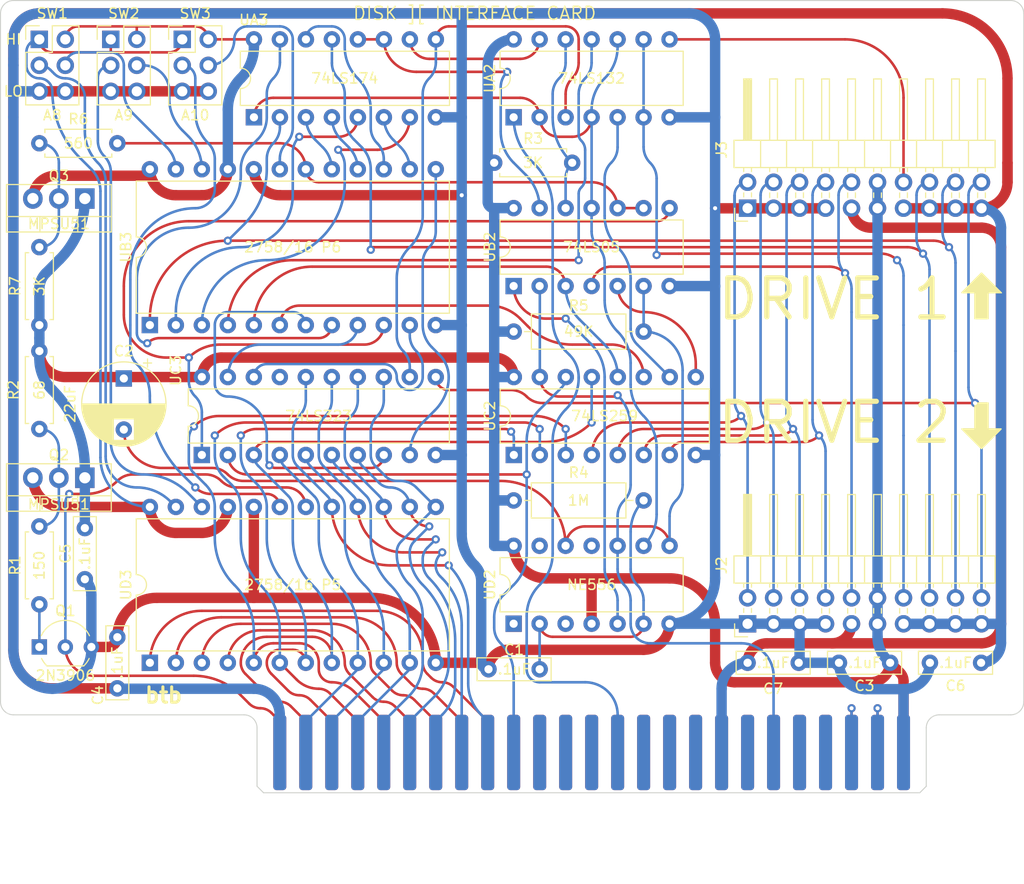
<source format=kicad_pcb>
(kicad_pcb (version 20211014) (generator pcbnew)
  (layers (0 "F.Cu" signal) (31 "B.Cu" signal) (34 "B.Paste" user) (35 "F.Paste" user) (36 "B.SilkS" user "B.Silkscreen") (37 "F.SilkS" user "F.Silkscreen") (38 "B.Mask" user) (39 "F.Mask" user) (44 "Edge.Cuts" user))
  (net 0 "")
  (net 1 "Net-(Q1-Pad1)")
  (net 2 "/I{slash}~{OSEL}")
  (net 3 "GND")
  (net 4 "Net-(Q2-Pad2)")
  (net 5 "+5V")
  (net 6 "Net-(Q3-Pad2)")
  (net 7 "Net-(C2-Pad2)")
  (net 8 "Net-(R3-Pad2)")
  (net 9 "Net-(UA3-Pad11)")
  (net 10 "/P6A7")
  (net 11 "/A0")
  (net 12 "/A1")
  (net 13 "/A2")
  (net 14 "/A3")
  (net 15 "/A4")
  (net 16 "/D0")
  (net 17 "/D1")
  (net 18 "/D2")
  (net 19 "/D3")
  (net 20 "/D7")
  (net 21 "/D6")
  (net 22 "/D5")
  (net 23 "/D4")
  (net 24 "/A7")
  (net 25 "/A6")
  (net 26 "/A5")
  (net 27 "Net-(C1-Pad1)")
  (net 28 "+12V")
  (net 29 "-12V")
  (net 30 "/PH0")
  (net 31 "/PH1")
  (net 32 "/PH2")
  (net 33 "/PH3")
  (net 34 "/WR REQ")
  (net 35 "/~{ENBL 2}")
  (net 36 "/RD DATA")
  (net 37 "/W PROT")
  (net 38 "/~{ENBL 1}")
  (net 39 "/Q3")
  (net 40 "Net-(UA2-Pad10)")
  (net 41 "Net-(UA2-Pad3)")
  (net 42 "Net-(UA2-Pad5)")
  (net 43 "Net-(UA2-Pad13)")
  (net 44 "Net-(UB2-Pad1)")
  (net 45 "/~{RES}")
  (net 46 "Net-(UB2-Pad5)")
  (net 47 "/DEV")
  (net 66 "Net-(J1-Pad23)")
  (net 67 "Net-(J1-Pad24)")
  (net 77 "/P6VCC")
  (net 78 "/P6EN")
  (net 79 "/P6A4")
  (net 80 "/P6D7")
  (net 81 "/P6D6")
  (net 82 "/P6A6")
  (net 83 "/P6D4")
  (net 84 "/P6A5")
  (net 85 "/P6D5")
  (net 86 "/P6A0")
  (net 87 "/P6A3")
  (net 88 "/P6D1")
  (net 89 "/P6D3")
  (net 90 "/P6D2")
  (net 91 "/P6D0")
  (net 92 "/P6A1")
  (net 93 "/P6A2")
  (net 94 "/P5VCC")
  (net 95 "/P6A8")
  (net 96 "/P6A9")
  (net 97 "/P6A10")
  (net 98 "/P5A10")
  (net 99 "/P5A9")
  (net 100 "/P5A8")
  (footprint "Resistor_THT:R_Axial_DIN0207_L6.3mm_D2.5mm_P7.62mm_Horizontal" (layer "F.Cu") (at 114.935 97.79 -90)
    (fp_text reference "R2")
    (fp_text value "68")
  )
  (footprint "Resistor_THT:R_Axial_DIN0207_L6.3mm_D2.5mm_P7.62mm_Horizontal" (layer "F.Cu") (at 159.385 79.375)
    (fp_text reference "R3")
    (fp_text value "3K")
  )
  (footprint "Capacitor_THT:C_Rect_L7.0mm_W2.0mm_P5.00mm" (layer "F.Cu") (at 163.83 128.905 180)
    (fp_text reference "C1")
    (fp_text value ".1uF")
  )
  (footprint "Resistor_THT:R_Axial_DIN0309_L9.0mm_D3.2mm_P12.70mm_Horizontal" (layer "F.Cu") (at 161.29 112.395)
    (fp_text reference "R4")
    (fp_text value "1M")
  )
  (footprint "Resistor_THT:R_Axial_DIN0207_L6.3mm_D2.5mm_P7.62mm_Horizontal" (layer "F.Cu") (at 114.935 122.555 90)
    (fp_text reference "R1")
    (fp_text value "150")
  )
  (footprint "Apple2:Apple II Expansion Edge Connector" (layer "F.Cu") (at 152.4 132.09)
    (fp_text reference "J1")
    (fp_text value "Apple II Expansion Bus")
  )
  (footprint "Capacitor_THT:C_Rect_L7.0mm_W2.0mm_P5.00mm" (layer "F.Cu") (at 122.555 130.77 90)
    (fp_text reference "C4")
    (fp_text value ".1uF")
  )
  (footprint "Package_DIP:DIP-16_W7.62mm" (layer "F.Cu") (at 161.305 107.95 90)
    (fp_text reference "UC2")
    (fp_text value "74LS259")
  )
  (footprint "Package_DIP:DIP-14_W7.62mm" (layer "F.Cu") (at 161.285 124.45 90)
    (fp_text reference "UD2")
    (fp_text value "NE556")
  )
  (footprint "Package_DIP:DIP-24_W15.24mm" (layer "F.Cu") (at 125.735 128.27 90)
    (fp_text reference "UD3")
    (fp_text value "2758/16 P5")
  )
  (footprint "Capacitor_THT:C_Rect_L7.0mm_W2.0mm_P5.00mm" (layer "F.Cu") (at 206.97 128.27 180)
    (fp_text reference "C6")
    (fp_text value ".1uF")
  )
  (footprint "Package_TO_SOT_THT:TO-220-3_Vertical" (layer "F.Cu") (at 119.38 110.18 180)
    (fp_text reference "Q2")
    (fp_text value "MPSU51")
  )
  (footprint "Package_TO_SOT_THT:TO-92_Inline_Wide" (layer "F.Cu") (at 114.935 126.725)
    (fp_text reference "Q1")
    (fp_text value "2N3906")
  )
  (footprint "Capacitor_THT:C_Rect_L7.0mm_W2.0mm_P5.00mm" (layer "F.Cu") (at 184.15 128.27)
    (fp_text reference "C7")
    (fp_text value ".1uF")
  )
  (footprint "Resistor_THT:R_Axial_DIN0309_L9.0mm_D3.2mm_P12.70mm_Horizontal" (layer "F.Cu") (at 173.99 95.885 180)
    (fp_text reference "R5")
    (fp_text value "49K")
  )
  (footprint "Connector_PinHeader_2.54mm:PinHeader_2x03_P2.54mm_Vertical" (layer "F.Cu") (at 128.9 67.31)
    (fp_text reference "SW3")
    (fp_text value "A10")
  )
  (footprint "Connector_PinHeader_2.54mm:PinHeader_2x10_P2.54mm_Horizontal" (layer "F.Cu") (at 184.15 83.82 90)
    (fp_text reference "J3")
    (fp_text value "DRIVE 1")
  )
  (footprint "Connector_PinHeader_2.54mm:PinHeader_2x03_P2.54mm_Vertical" (layer "F.Cu") (at 114.93 67.31)
    (fp_text reference "SW1")
    (fp_text value "A8")
  )
  (footprint "Package_DIP:DIP-14_W7.62mm" (layer "F.Cu") (at 161.285 74.93 90)
    (fp_text reference "UA2")
    (fp_text value "74LS132")
  )
  (footprint "Package_DIP:DIP-20_W7.62mm" (layer "F.Cu") (at 130.815 107.95 90)
    (fp_text reference "UC3")
    (fp_text value "74LS323")
  )
  (footprint "Package_DIP:DIP-24_W15.24mm" (layer "F.Cu") (at 125.735 95.25 90)
    (fp_text reference "UB3")
    (fp_text value "2758/16 P6")
  )
  (footprint "Capacitor_THT:C_Rect_L7.0mm_W2.0mm_P5.00mm" (layer "F.Cu") (at 198.08 128.27 180)
    (fp_text reference "C3")
    (fp_text value ".1uF")
  )
  (footprint "Resistor_THT:R_Axial_DIN0207_L6.3mm_D2.5mm_P7.62mm_Horizontal" (layer "F.Cu") (at 114.935 77.47)
    (fp_text reference "R6")
    (fp_text value "560")
  )
  (footprint "Package_TO_SOT_THT:TO-220-3_Vertical" (layer "F.Cu") (at 119.38 82.875 180)
    (fp_text reference "Q3")
    (fp_text value "MPSU51")
  )
  (footprint "Capacitor_THT:C_Rect_L7.0mm_W2.0mm_P5.00mm" (layer "F.Cu") (at 119.38 115.102 -90)
    (fp_text reference "C5")
    (fp_text value ".1uF")
  )
  (footprint "Package_DIP:DIP-16_W7.62mm" (layer "F.Cu") (at 135.905 74.93 90)
    (fp_text reference "UA3")
    (fp_text value "74LS174")
  )
  (footprint "Capacitor_THT:CP_Radial_D8.0mm_P5.00mm" (layer "F.Cu") (at 123.19 100.467349 -90)
    (fp_text reference "C2")
    (fp_text value "22uF")
  )
  (footprint "Connector_PinHeader_2.54mm:PinHeader_2x10_P2.54mm_Horizontal" (layer "F.Cu") (at 184.15 124.46 90)
    (fp_text reference "J2")
    (fp_text value "DRIVE 2")
  )
  (footprint "Connector_PinHeader_2.54mm:PinHeader_2x03_P2.54mm_Vertical" (layer "F.Cu") (at 121.915 67.31)
    (fp_text reference "SW2")
    (fp_text value "A9")
  )
  (footprint "Package_DIP:DIP-14_W7.62mm" (layer "F.Cu") (at 161.285 91.43 90)
    (fp_text reference "UB2")
    (fp_text value "74LS05")
  )
  (footprint "Resistor_THT:R_Axial_DIN0207_L6.3mm_D2.5mm_P7.62mm_Horizontal" (layer "F.Cu") (at 114.935 95.25 90)
    (fp_text reference "R7")
    (fp_text value "3K")
  )
  (gr_poly (pts (xy 208.915 92.075) (xy 207.645 92.075) (xy 207.645 94.615) (xy 206.375 94.615) (xy 206.375 92.075) (xy 205.105 92.075) (xy 207.01 90.17)) (layer "F.SilkS") (width 0.15) (fill solid))
  (gr_poly (pts (xy 205.105 105.41) (xy 206.375 105.41) (xy 206.375 102.87) (xy 207.645 102.87) (xy 207.645 105.41) (xy 208.915 105.41) (xy 207.01 107.315)) (layer "F.SilkS") (width 0.15) (fill solid))
  (gr_line (start 211.1375 132.09) (end 211.1375 64.78) (layer "Edge.Cuts") (width 0.1))
  (gr_line (start 136.2075 140.345) (end 136.8425 140.98) (layer "Edge.Cuts") (width 0.1))
  (gr_line (start 111.1375 132.09) (end 111.1375 64.78) (layer "Edge.Cuts") (width 0.1))
  (gr_arc (start 112.4075 133.36) (mid 111.509474 132.988026) (end 111.1375 132.09) (layer "Edge.Cuts") (width 0.1))
  (gr_arc (start 111.1375 64.78) (mid 111.509474 63.881974) (end 112.4075 63.51) (layer "Edge.Cuts") (width 0.1))
  (gr_line (start 201.6125 134.63) (end 201.6125 140.345) (layer "Edge.Cuts") (width 0.1))
  (gr_arc (start 201.6125 134.63) (mid 201.984474 133.731974) (end 202.8825 133.36) (layer "Edge.Cuts") (width 0.1))
  (gr_line (start 112.4075 133.36) (end 134.9375 133.36) (layer "Edge.Cuts") (width 0.1))
  (gr_line (start 209.8675 63.51) (end 112.4075 63.51) (layer "Edge.Cuts") (width 0.1))
  (gr_arc (start 211.1375 132.09) (mid 210.765526 132.988026) (end 209.8675 133.36) (layer "Edge.Cuts") (width 0.1))
  (gr_line (start 201.6125 140.345) (end 200.9775 140.98) (layer "Edge.Cuts") (width 0.1))
  (gr_line (start 200.9775 140.98) (end 136.8425 140.98) (layer "Edge.Cuts") (width 0.1))
  (gr_line (start 202.8825 133.36) (end 209.8675 133.36) (layer "Edge.Cuts") (width 0.1))
  (gr_arc (start 134.9375 133.36) (mid 135.835526 133.731974) (end 136.2075 134.63) (layer "Edge.Cuts") (width 0.1))
  (gr_arc (start 209.8675 63.51) (mid 210.765526 63.881974) (end 211.1375 64.78) (layer "Edge.Cuts") (width 0.1))
  (gr_line (start 136.2075 134.63) (end 136.2075 140.345) (layer "Edge.Cuts") (width 0.1))
  (gr_text "LO" (at 112.395 72.39) (layer "F.SilkS") (effects (font (size 1 1))))
  (gr_text "btb" (at 125.095 131.445) (layer "F.SilkS") (effects (font (size 1.5 1.5) (thickness 0.3)) (justify left)))
  (gr_text "DISK ][ INTERFACE CARD" (at 157.48 64.77) (layer "F.SilkS") (effects (font (size 1.27 1.27))))
  (gr_text "HI" (at 112.395 67.31) (layer "F.SilkS") (effects (font (size 1 1))))
  (segment (start 114.935 123.19) (end 114.935 126.725) (width 0.25) (layer "B.Cu") (net 1))
  (segment (start 130.020924 129.54) (end 120.29 129.54) (width 0.25) (layer "F.Cu") (net 2))
  (segment (start 135.440987 132.265987) (end 134.62 131.445) (width 0.25) (layer "F.Cu") (net 2))
  (segment (start 139.07 111.125) (end 134.248025 111.125) (width 0.25) (layer "F.Cu") (net 2))
  (segment (start 137.795 133.35) (end 137.609013 133.164013) (width 0.25) (layer "F.Cu") (net 2))
  (segment (start 138.43 137.043) (end 138.43 134.883025) (width 0.25) (layer "F.Cu") (net 2))
  (segment (start 131.181975 109.855) (end 124.088025 109.855) (width 0.25) (layer "F.Cu") (net 2))
  (segment (start 119.488949 111.76) (end 117.856 111.76) (width 0.25) (layer "F.Cu") (net 2))
  (via (at 117.856 111.76) (size 0.8) (drill 0.4) (layers "F.Cu" "B.Cu") (net 2))
  (arc (start 120.29 129.54) (mid 118.299494 128.715506) (end 117.475 126.725) (width 0.25) (layer "F.Cu") (net 2))
  (arc (start 138.43 134.883025) (mid 138.264969 134.053358) (end 137.795 133.35) (width 0.25) (layer "F.Cu") (net 2))
  (arc (start 137.609013 133.164013) (mid 137.111664 132.831694) (end 136.525 132.715) (width 0.25) (layer "F.Cu") (net 2))
  (arc (start 122.555 110.49) (mid 121.148284 111.429938) (end 119.488949 111.76) (width 0.25) (layer "F.Cu") (net 2))
  (arc (start 134.248025 111.125) (mid 133.418358 110.959969) (end 132.715 110.49) (width 0.25) (layer "F.Cu") (net 2))
  (arc (start 136.525 132.715) (mid 135.938336 132.598305) (end 135.440987 132.265987) (width 0.25) (layer "F.Cu") (net 2))
  (arc (start 134.62 131.445) (mid 132.509926 130.035093) (end 130.020924 129.54) (width 0.25) (layer "F.Cu") (net 2))
  (arc (start 124.088025 109.855) (mid 123.258358 110.020031) (end 122.555 110.49) (width 0.25) (layer "F.Cu") (net 2))
  (arc (start 132.715 110.49) (mid 132.011642 110.020031) (end 131.181975 109.855) (width 0.25) (layer "F.Cu") (net 2))
  (arc (start 140.975 113.03) (mid 140.417038 111.682962) (end 139.07 111.125) (width 0.25) (layer "F.Cu") (net 2))
  (segment (start 117.475 126.725) (end 117.475 112.679815) (width 0.25) (layer "B.Cu") (net 2))
  (arc (start 117.475 112.679815) (mid 117.574019 112.182015) (end 117.856 111.76) (width 0.25) (layer "B.Cu") (net 2))
  (segment (start 184.185523 83.83) (end 191.805523 83.83) (width 1.016) (layer "F.Cu") (net 3))
  (segment (start 160.735 127) (end 173.975 127) (width 1.016) (layer "F.Cu") (net 3))
  (segment (start 131.44 72.39) (end 114.93 72.39) (width 1.016) (layer "F.Cu") (net 3))
  (segment (start 184.185523 83.83) (end 180.985 83.83) (width 1.016) (layer "F.Cu") (net 3))
  (segment (start 126.405 121.92) (end 135.89 121.92) (width 1.016) (layer "F.Cu") (net 3))
  (segment (start 138.435 82.55) (end 156.21 82.55) (width 1.016) (layer "F.Cu") (net 3))
  (segment (start 153.675 128.27) (end 158.195 128.27) (width 1.016) (layer "F.Cu") (net 3))
  (segment (start 120.015 126.725) (end 121.6 126.725) (width 1.016) (layer "F.Cu") (net 3))
  (segment (start 135.895 113.03) (end 135.895 121.907929) (width 1.016) (layer "F.Cu") (net 3))
  (segment (start 135.89 121.92) (end 147.325 121.92) (width 1.016) (layer "F.Cu") (net 3))
  (via (at 180.975 83.82) (size 0.8) (drill 0.4) (layers "F.Cu" "B.Cu") (net 3))
  (via (at 156.21 82.55) (size 0.8) (drill 0.4) (layers "F.Cu" "B.Cu") (net 3))
  (arc (start 180.985 83.83) (mid 180.977929 83.827071) (end 180.975 83.82) (width 1.016) (layer "F.Cu") (net 3))
  (arc (start 147.325 121.92) (mid 151.815128 123.779872) (end 153.675 128.27) (width 1.016) (layer "F.Cu") (net 3))
  (arc (start 173.975 127) (mid 175.778122 126.253122) (end 176.525 124.45) (width 1.016) (layer "F.Cu") (net 3))
  (arc (start 135.895 121.907929) (mid 135.8937 121.914462) (end 135.89 121.92) (width 1.016) (layer "F.Cu") (net 3))
  (arc (start 121.6 126.725) (mid 122.275287 126.445287) (end 122.555 125.77) (width 1.016) (layer "F.Cu") (net 3))
  (arc (start 135.895 80.01) (mid 136.638949 81.806051) (end 138.435 82.55) (width 1.016) (layer "F.Cu") (net 3))
  (arc (start 158.195 128.27) (mid 158.644013 128.455987) (end 158.83 128.905) (width 1.016) (layer "F.Cu") (net 3))
  (arc (start 122.555 125.77) (mid 123.682639 123.047639) (end 126.405 121.92) (width 1.016) (layer "F.Cu") (net 3))
  (arc (start 158.83 128.905) (mid 159.387962 127.557962) (end 160.735 127) (width 1.016) (layer "F.Cu") (net 3))
  (segment (start 199.39 130.85) (end 195.66 130.85) (width 1.016) (layer "B.Cu") (net 3))
  (segment (start 176.525 74.93) (end 180.975 74.93) (width 1.016) (layer "B.Cu") (net 3))
  (segment (start 179.085 107.95) (end 180.975 107.95) (width 1.016) (layer "B.Cu") (net 3))
  (segment (start 112.395 72.39) (end 112.395 69.85) (width 1.016) (layer "B.Cu") (net 3))
  (segment (start 112.395 69.215) (end 112.395 67.31) (width 1.016) (layer "B.Cu") (net 3))
  (segment (start 189.15 128.27) (end 193.08 128.27) (width 1.016) (layer "B.Cu") (net 3))
  (segment (start 180.975 91.44) (end 180.975 83.82) (width 1.016) (layer "B.Cu") (net 3))
  (segment (start 180.975 67.31) (end 180.975 74.93) (width 1.016) (layer "B.Cu") (net 3))
  (segment (start 156.21 74.93) (end 153.685 74.93) (width 1.016) (layer "B.Cu") (net 3))
  (segment (start 156.21 82.55) (end 156.21 74.93) (width 1.016) (layer "B.Cu") (net 3))
  (segment (start 114.93 72.39) (end 112.395 72.39) (width 1.016) (layer "B.Cu") (net 3))
  (segment (start 158.115 120.278025) (end 158.115 128.19) (width 1.016) (layer "B.Cu") (net 3))
  (segment (start 156.21 95.25) (end 156.21 82.55) (width 1.016) (layer "B.Cu") (net 3))
  (segment (start 199.39 137.043) (end 199.39 130.85) (width 1.016) (layer "B.Cu") (net 3))
  (segment (start 153.675 107.95) (end 156.21 107.95) (width 1.016) (layer "B.Cu") (net 3))
  (segment (start 189.23 124.46) (end 189.23 128.19) (width 1.016) (layer "B.Cu") (net 3))
  (segment (start 156.21 64.77) (end 178.435 64.77) (width 1.016) (layer "B.Cu") (net 3))
  (segment (start 153.675 95.25) (end 156.21 95.25) (width 1.016) (layer "B.Cu") (net 3))
  (segment (start 156.21 107.95) (end 156.21 95.25) (width 1.016) (layer "B.Cu") (net 3))
  (segment (start 114.935 64.77) (end 156.21 64.77) (width 1.016) (layer "B.Cu") (net 3))
  (segment (start 180.975 120) (end 180.975 107.95) (width 1.016) (layer "B.Cu") (net 3))
  (segment (start 156.21 107.95) (end 156.21 115.678949) (width 1.016) (layer "B.Cu") (net 3))
  (segment (start 120.015 126.725) (end 120.015 121.635025) (width 1.016) (layer "B.Cu") (net 3))
  (segment (start 176.525 91.43) (end 180.965 91.43) (width 1.016) (layer "B.Cu") (net 3))
  (segment (start 112.395 127) (end 112.395 74.93) (width 1.016) (layer "B.Cu") (net 3))
  (segment (start 112.395 74.93) (end 112.395 72.39) (width 1.016) (layer "B.Cu") (net 3))
  (segment (start 180.975 74.93) (end 180.975 83.82) (width 1.016) (layer "B.Cu") (net 3))
  (segment (start 176.525 124.45) (end 191.76 124.45) (width 1.016) (layer "B.Cu") (net 3))
  (segment (start 180.975 107.95) (end 180.975 91.44) (width 1.016) (layer "B.Cu") (net 3))
  (segment (start 120.015 127) (end 120.015 126.725) (width 1.016) (layer "B.Cu") (net 3))
  (segment (start 112.395 69.85) (end 112.395 69.215) (width 1.016) (layer "B.Cu") (net 3))
  (segment (start 156.21 74.93) (end 156.21 64.77) (width 1.016) (layer "B.Cu") (net 3))
  (arc (start 178.435 64.77) (mid 180.231051 65.513949) (end 180.975 67.31) (width 1.016) (layer "B.Cu") (net 3))
  (arc (start 114.935 64.77) (mid 113.138949 65.513949) (end 112.395 67.31) (width 1.016) (layer "B.Cu") (net 3))
  (arc (start 180.965 91.43) (mid 180.972071 91.432929) (end 180.975 91.44) (width 1.016) (layer "B.Cu") (net 3))
  (arc (start 195.66 130.85) (mid 193.835665 130.094335) (end 193.08 128.27) (width 1.016) (layer "B.Cu") (net 3))
  (arc (start 189.23 128.19) (mid 189.206569 128.246569) (end 189.15 128.27) (width 1.016) (layer "B.Cu") (net 3))
  (arc (start 176.525 124.45) (mid 179.671625 123.146625) (end 180.975 120) (width 1.016) (layer "B.Cu") (net 3))
  (arc (start 158.115 128.19) (mid 158.324419 128.695581) (end 158.83 128.905) (width 1.016) (layer "B.Cu") (net 3))
  (arc (start 157.48 118.745) (mid 157.949969 119.448358) (end 158.115 120.278025) (width 1.016) (layer "B.Cu") (net 3))
  (arc (start 112.4 69.845) (mid 112.396464 69.846464) (end 112.395 69.85) (width 1.016) (layer "B.Cu") (net 3))
  (arc (start 156.21 115.678949) (mid 156.540062 117.338284) (end 157.48 118.745) (width 1.016) (layer "B.Cu") (net 3))
  (arc (start 120.015 121.635025) (mid 119.849969 120.805358) (end 119.38 120.102) (width 1.016) (layer "B.Cu") (net 3))
  (arc (start 112.395 127) (mid 113.510923 129.694077) (end 116.205 130.81) (width 1.016) (layer "B.Cu") (net 3))
  (arc (start 201.97 128.27) (mid 201.214335 130.094335) (end 199.39 130.85) (width 1.016) (layer "B.Cu") (net 3))
  (arc (start 116.205 130.81) (mid 118.899077 129.694077) (end 120.015 127) (width 1.016) (layer "B.Cu") (net 3))
  (arc (start 191.76 124.45) (mid 191.767071 124.452929) (end 191.77 124.46) (width 1.016) (layer "B.Cu") (net 3))
  (segment (start 116.84 110.18) (end 116.84 113.03) (width 0.25) (layer "B.Cu") (net 4))
  (segment (start 116.84 110.18) (end 116.84 107.315) (width 0.25) (layer "B.Cu") (net 4))
  (arc (start 116.84 107.315) (mid 116.282038 105.967962) (end 114.935 105.41) (width 0.25) (layer "B.Cu") (net 4))
  (arc (start 116.84 113.03) (mid 116.282038 114.377038) (end 114.935 114.935) (width 0.25) (layer "B.Cu") (net 4))
  (segment (start 176.53 120.015) (end 168.91 120.015) (width 1.016) (layer "F.Cu") (net 5))
  (segment (start 132.72 98.425) (end 159.4 98.425) (width 1.016) (layer "F.Cu") (net 5))
  (segment (start 199.39 130.057297) (end 199.39 137.043) (width 1.016) (layer "F.Cu") (net 5))
  (segment (start 168.91 120.015) (end 164.47 120.015) (width 1.016) (layer "F.Cu") (net 5))
  (segment (start 168.905 124.45) (end 168.905 120.02) (width 1.016) (layer "F.Cu") (net 5))
  (segment (start 196.175 130.175) (end 182.88 130.175) (width 1.016) (layer "F.Cu") (net 5))
  (segment (start 180.975 128.27) (end 180.975 124.46) (width 1.016) (layer "F.Cu") (net 5))
  (segment (start 130.815 100.33) (end 117.475 100.33) (width 1.016) (layer "F.Cu") (net 5))
  (segment (start 199.0525 129.2425) (end 198.08 128.27) (width 1.016) (layer "F.Cu") (net 5))
  (arc (start 182.88 130.175) (mid 181.532962 129.617038) (end 180.975 128.27) (width 1.016) (layer "F.Cu") (net 5))
  (arc (start 199.0525 129.2425) (mid 199.302287 129.616332) (end 199.39 130.057297) (width 1.016) (layer "F.Cu") (net 5))
  (arc (start 130.815 100.33) (mid 131.372962 98.982962) (end 132.72 98.425) (width 1.016) (layer "F.Cu") (net 5))
  (arc (start 164.47 120.015) (mid 162.217865 119.082135) (end 161.285 116.83) (width 1.016) (layer "F.Cu") (net 5))
  (arc (start 180.975 124.46) (mid 179.67309 121.31691) (end 176.53 120.015) (width 1.016) (layer "F.Cu") (net 5))
  (arc (start 198.08 128.27) (mid 197.522038 129.617038) (end 196.175 130.175) (width 1.016) (layer "F.Cu") (net 5))
  (arc (start 117.475 100.33) (mid 115.678949 99.586051) (end 114.935 97.79) (width 1.016) (layer "F.Cu") (net 5))
  (arc (start 168.905 120.02) (mid 168.906464 120.016464) (end 168.91 120.015) (width 1.016) (layer "F.Cu") (net 5))
  (arc (start 159.4 98.425) (mid 160.747038 98.982962) (end 161.305 100.33) (width 1.016) (layer "F.Cu") (net 5))
  (segment (start 159.385 100.33) (end 161.305 100.33) (width 1.016) (layer "B.Cu") (net 5))
  (segment (start 161.29 112.395) (end 159.385 112.395) (width 1.016) (layer "B.Cu") (net 5))
  (segment (start 196.85 124.46) (end 196.85 121.92) (width 1.016) (layer "B.Cu") (net 5))
  (segment (start 161.275 116.84) (end 161.285 116.83) (width 1.016) (layer "B.Cu") (net 5))
  (segment (start 196.85 124.46) (end 196.85 125.73) (width 1.016) (layer "B.Cu") (net 5))
  (segment (start 158.75 69.845) (end 158.75 83.185) (width 1.016) (layer "B.Cu") (net 5))
  (segment (start 114.935 91.703025) (end 114.935 95.25) (width 1.016) (layer "B.Cu") (net 5))
  (segment (start 161.285 83.81) (end 159.395 83.81) (width 1.016) (layer "B.Cu") (net 5))
  (segment (start 119.38 110.18) (end 119.38 115.102) (width 1.016) (layer "B.Cu") (net 5))
  (segment (start 159.385 95.885) (end 159.385 100.33) (width 1.016) (layer "B.Cu") (net 5))
  (segment (start 114.935 96.52) (end 114.935 97.79) (width 1.016) (layer "B.Cu") (net 5))
  (segment (start 159.385 112.395) (end 159.385 116.84) (width 1.016) (layer "B.Cu") (net 5))
  (segment (start 159.385 83.82) (end 159.385 95.885) (width 1.016) (layer "B.Cu") (net 5))
  (segment (start 197.77631 127.96631) (end 198.08 128.27) (width 1.016) (layer "B.Cu") (net 5))
  (segment (start 116.915733 88.824267) (end 115.57 90.17) (width 1.016) (layer "B.Cu") (net 5))
  (segment (start 196.85 83.82) (end 196.85 121.92) (width 1.016) (layer "B.Cu") (net 5))
  (segment (start 196.85 83.82) (end 196.85 81.28) (width 1.016) (layer "B.Cu") (net 5))
  (segment (start 159.385 116.84) (end 161.275 116.84) (width 1.016) (layer "B.Cu") (net 5))
  (segment (start 119.38 109.265128) (end 119.38 110.18) (width 1.016) (layer "B.Cu") (net 5))
  (segment (start 159.385 100.33) (end 159.385 112.395) (width 1.016) (layer "B.Cu") (net 5))
  (segment (start 114.935 97.79) (end 114.935 98.533949) (width 1.016) (layer "B.Cu") (net 5))
  (segment (start 159.395 83.81) (end 159.385 83.82) (width 1.016) (layer "B.Cu") (net 5))
  (segment (start 114.935 95.25) (end 114.935 96.52) (width 1.016) (layer "B.Cu") (net 5))
  (segment (start 159.385 95.885) (end 161.29 95.885) (width 1.016) (layer "B.Cu") (net 5))
  (arc (start 116.205 101.6) (mid 118.554844 105.116791) (end 119.38 109.265128) (width 1.016) (layer "B.Cu") (net 5))
  (arc (start 115.57 90.17) (mid 115.100031 90.873357) (end 114.935 91.703025) (width 1.016) (layer "B.Cu") (net 5))
  (arc (start 158.75 83.185) (mid 158.935987 83.634013) (end 159.385 83.82) (width 1.016) (layer "B.Cu") (net 5))
  (arc (start 196.85 125.73) (mid 197.09074 126.940282) (end 197.77631 127.96631) (width 1.016) (layer "B.Cu") (net 5))
  (arc (start 119.38 82.875) (mid 118.739558 86.09472) (end 116.915733 88.824267) (width 1.016) (layer "B.Cu") (net 5))
  (arc (start 114.935 98.533949) (mid 115.265063 100.193283) (end 116.205 101.6) (width 1.016) (layer "B.Cu") (net 5))
  (arc (start 161.285 67.31) (mid 159.492484 68.052484) (end 158.75 69.845) (width 1.016) (layer "B.Cu") (net 5))
  (segment (start 116.84 82.875) (end 116.84 79.375) (width 0.25) (layer "B.Cu") (net 6))
  (segment (start 116.84 82.875) (end 116.84 85.725) (width 0.25) (layer "B.Cu") (net 6))
  (arc (start 116.84 79.375) (mid 116.282038 78.027962) (end 114.935 77.47) (width 0.25) (layer "B.Cu") (net 6))
  (arc (start 116.84 85.725) (mid 116.282038 87.072038) (end 114.935 87.63) (width 0.25) (layer "B.Cu") (net 6))
  (segment (start 131.816975 109.22) (end 131.064 109.22) (width 0.25) (layer "F.Cu") (net 7))
  (segment (start 126.942651 109.22) (end 131.064 109.22) (width 0.25) (layer "F.Cu") (net 7))
  (segment (start 160.025 110.49) (end 134.883025 110.49) (width 0.25) (layer "F.Cu") (net 7))
  (segment (start 168.26 114.935) (end 174.63 114.935) (width 0.25) (layer "F.Cu") (net 7))
  (arc (start 166.365 116.83) (mid 166.920033 115.490033) (end 168.26 114.935) (width 0.25) (layer "F.Cu") (net 7))
  (arc (start 174.63 114.935) (mid 175.969967 115.490033) (end 176.525 116.83) (width 0.25) (layer "F.Cu") (net 7))
  (arc (start 166.365 116.83) (mid 164.508057 112.346943) (end 160.025 110.49) (width 0.25) (layer "F.Cu") (net 7))
  (arc (start 133.35 109.855) (mid 132.646642 109.385031) (end 131.816975 109.22) (width 0.25) (layer "F.Cu") (net 7))
  (arc (start 134.883025 110.49) (mid 134.053358 110.324969) (end 133.35 109.855) (width 0.25) (layer "F.Cu") (net 7))
  (arc (start 123.19 105.467349) (mid 124.289126 108.120874) (end 126.942651 109.22) (width 0.25) (layer "F.Cu") (net 7))
  (segment (start 173.99 95.885) (end 173.99 91.435) (width 0.25) (layer "B.Cu") (net 7))
  (segment (start 176.525 116.83) (end 176.525 113.940096) (width 0.25) (layer "B.Cu") (net 7))
  (segment (start 177.8 110.861975) (end 177.8 99.695) (width 0.25) (layer "B.Cu") (net 7))
  (arc (start 176.525 113.940096) (mid 176.69133 113.103896) (end 177.165 112.395) (width 0.25) (layer "B.Cu") (net 7))
  (arc (start 177.8 99.695) (mid 176.684077 97.000923) (end 173.99 95.885) (width 0.25) (layer "B.Cu") (net 7))
  (arc (start 177.165 112.395) (mid 177.634969 111.691642) (end 177.8 110.861975) (width 0.25) (layer "B.Cu") (net 7))
  (arc (start 173.99 91.435) (mid 173.988536 91.431464) (end 173.985 91.43) (width 0.25) (layer "B.Cu") (net 7))
  (segment (start 166.896051 79.266051) (end 167.005 79.375) (width 0.25) (layer "B.Cu") (net 8))
  (segment (start 166.365 67.31) (end 166.365 69.599046) (width 0.25) (layer "B.Cu") (net 8))
  (segment (start 166.365 83.81) (end 166.365 80.920096) (width 0.25) (layer "B.Cu") (net 8))
  (segment (start 165.1 72.653025) (end 165.1 74.93) (width 0.25) (layer "B.Cu") (net 8))
  (arc (start 165.1 74.93) (mid 165.566778 77.276654) (end 166.896051 79.266051) (width 0.25) (layer "B.Cu") (net 8))
  (arc (start 166.365 69.599046) (mid 166.201268 70.42218) (end 165.735 71.12) (width 0.25) (layer "B.Cu") (net 8))
  (arc (start 165.735 71.12) (mid 165.265031 71.823357) (end 165.1 72.653025) (width 0.25) (layer "B.Cu") (net 8))
  (arc (start 166.365 80.920096) (mid 166.53133 80.083896) (end 167.005 79.375) (width 0.25) (layer "B.Cu") (net 8))
  (segment (start 146.065 67.31) (end 148.605 67.31) (width 0.25) (layer "F.Cu") (net 9))
  (segment (start 160.655 70.485) (end 151.78 70.485) (width 0.25) (layer "F.Cu") (net 9))
  (via (at 160.655 70.485) (size 0.8) (drill 0.4) (layers "F.Cu" "B.Cu") (net 9))
  (arc (start 151.78 70.485) (mid 149.534936 69.555064) (end 148.605 67.31) (width 0.25) (layer "F.Cu") (net 9))
  (segment (start 160.02 76.308949) (end 160.02 72.018025) (width 0.25) (layer "B.Cu") (net 9))
  (segment (start 162.481497 80.566497) (end 161.29 79.375) (width 0.25) (layer "B.Cu") (net 9))
  (arc (start 160.02 72.018025) (mid 160.185031 71.188358) (end 160.655 70.485) (width 0.25) (layer "B.Cu") (net 9))
  (arc (start 161.29 79.375) (mid 160.350062 77.968284) (end 160.02 76.308949) (width 0.25) (layer "B.Cu") (net 9))
  (arc (start 163.825 83.81) (mid 163.475835 82.054629) (end 162.481497 80.566497) (width 0.25) (layer "B.Cu") (net 9))
  (segment (start 125.735 94.61) (end 125.735 95.25) (width 0.25) (layer "F.Cu") (net 10))
  (segment (start 202.301975 86.995) (end 139.7 86.995) (width 0.25) (layer "F.Cu") (net 10))
  (segment (start 139.7 86.995) (end 133.35 86.995) (width 0.25) (layer "F.Cu") (net 10))
  (via (at 133.35 86.995) (size 0.8) (drill 0.4) (layers "F.Cu" "B.Cu") (net 10))
  (via (at 203.835 87.63) (size 0.8) (drill 0.4) (layers "F.Cu" "B.Cu") (net 10))
  (arc (start 203.835 87.63) (mid 203.131642 87.160031) (end 202.301975 86.995) (width 0.25) (layer "F.Cu") (net 10))
  (arc (start 133.35 86.995) (mid 127.965382 89.225382) (end 125.735 94.61) (width 0.25) (layer "F.Cu") (net 10))
  (segment (start 137.16 80.01) (end 137.16 79.003025) (width 0.25) (layer "B.Cu") (net 10))
  (segment (start 204.47 97.79) (end 204.47 121.92) (width 0.25) (layer "B.Cu") (net 10))
  (segment (start 203.2 83.82) (end 203.2 82.55) (width 0.25) (layer "B.Cu") (net 10))
  (segment (start 133.35 86.995) (end 134.914935 85.430065) (width 0.25) (layer "B.Cu") (net 10))
  (segment (start 203.2 83.82) (end 203.2 86.096975) (width 0.25) (layer "B.Cu") (net 10))
  (segment (start 138.445 75.900762) (end 138.445 74.93) (width 0.25) (layer "B.Cu") (net 10))
  (segment (start 204.47 89.163025) (end 204.47 97.79) (width 0.25) (layer "B.Cu") (net 10))
  (arc (start 134.914935 85.430065) (mid 136.576527 82.943318) (end 137.16 80.01) (width 0.25) (layer "B.Cu") (net 10))
  (arc (start 203.2 86.096975) (mid 203.365031 86.926642) (end 203.835 87.63) (width 0.25) (layer "B.Cu") (net 10))
  (arc (start 203.2 82.55) (mid 203.571974 81.651974) (end 204.47 81.28) (width 0.25) (layer "B.Cu") (net 10))
  (arc (start 137.16 79.003025) (mid 137.325031 78.173357) (end 137.795 77.47) (width 0.25) (layer "B.Cu") (net 10))
  (arc (start 203.835 87.63) (mid 204.304969 88.333358) (end 204.47 89.163025) (width 0.25) (layer "B.Cu") (net 10))
  (arc (start 137.795 77.47) (mid 138.27607 76.750028) (end 138.445 75.900762) (width 0.25) (layer "B.Cu") (net 10))
  (segment (start 139.514013 132.529013) (end 140.97 133.985) (width 0.25) (layer "F.Cu") (net 11))
  (segment (start 137.165 106.68) (end 164.310924 106.68) (width 0.25) (layer "F.Cu") (net 11))
  (segment (start 135.069013 129.354013) (end 137.345987 131.630987) (width 0.25) (layer "F.Cu") (net 11))
  (segment (start 137.16 125.73) (end 141.605 125.73) (width 0.25) (layer "F.Cu") (net 11))
  (segment (start 143.515 127.64) (end 143.515 128.27) (width 0.25) (layer "F.Cu") (net 11))
  (segment (start 140.97 137.043) (end 140.97 133.985) (width 0.25) (layer "F.Cu") (net 11))
  (via (at 168.91 104.775) (size 0.8) (drill 0.4) (layers "F.Cu" "B.Cu") (net 11))
  (arc (start 164.310924 106.68) (mid 166.799926 106.184906) (end 168.91 104.775) (width 0.25) (layer "F.Cu") (net 11))
  (arc (start 141.605 125.73) (mid 142.955574 126.289426) (end 143.515 127.64) (width 0.25) (layer "F.Cu") (net 11))
  (arc (start 135.895 107.95) (mid 136.266974 107.051974) (end 137.165 106.68) (width 0.25) (layer "F.Cu") (net 11))
  (arc (start 138.43 132.08) (mid 137.843336 131.963305) (end 137.345987 131.630987) (width 0.25) (layer "F.Cu") (net 11))
  (arc (start 134.62 128.27) (mid 135.363949 126.473949) (end 137.16 125.73) (width 0.25) (layer "F.Cu") (net 11))
  (arc (start 135.069013 129.354013) (mid 134.736694 128.856664) (end 134.62 128.27) (width 0.25) (layer "F.Cu") (net 11))
  (arc (start 139.514013 132.529013) (mid 139.016664 132.196694) (end 138.43 132.08) (width 0.25) (layer "F.Cu") (net 11))
  (segment (start 168.91 104.775) (end 168.91 100.366213) (width 0.25) (layer "B.Cu") (net 11))
  (segment (start 139.250987 111.945987) (end 136.347548 109.042548) (width 0.25) (layer "B.Cu") (net 11))
  (segment (start 143.515 128.27) (end 143.515 125.261147) (width 0.25) (layer "B.Cu") (net 11))
  (segment (start 139.7 116.050924) (end 139.7 113.03) (width 0.25) (layer "B.Cu") (net 11))
  (arc (start 136.347548 109.042548) (mid 136.012613 108.541283) (end 135.895 107.95) (width 0.25) (layer "B.Cu") (net 11))
  (arc (start 168.91 100.366213) (mid 168.913898 100.346615) (end 168.925 100.33) (width 0.25) (layer "B.Cu") (net 11))
  (arc (start 139.7 113.03) (mid 139.583305 112.443336) (end 139.250987 111.945987) (width 0.25) (layer "B.Cu") (net 11))
  (arc (start 143.515 125.261147) (mid 143.018607 122.765612) (end 141.605 120.65) (width 0.25) (layer "B.Cu") (net 11))
  (arc (start 141.605 120.65) (mid 140.195093 118.539926) (end 139.7 116.050924) (width 0.25) (layer "B.Cu") (net 11))
  (segment (start 139.250987 130.995987) (end 137.609013 129.354013) (width 0.25) (layer "F.Cu") (net 12))
  (segment (start 143.51 137.043) (end 143.51 133.985) (width 0.25) (layer "F.Cu") (net 12))
  (segment (start 138.43 127) (end 139.705 127) (width 0.25) (layer "F.Cu") (net 12))
  (segment (start 136.153025 105.41) (end 160.42279 105.41) (width 0.25) (layer "F.Cu") (net 12))
  (segment (start 143.51 133.985) (end 141.419013 131.894013) (width 0.25) (layer "F.Cu") (net 12))
  (via (at 134.62 106.045) (size 0.8) (drill 0.4) (layers "F.Cu" "B.Cu") (net 12))
  (via (at 161.036 105.664) (size 0.8) (drill 0.4) (layers "F.Cu" "B.Cu") (net 12))
  (arc (start 137.609013 129.354013) (mid 137.276694 128.856664) (end 137.16 128.27) (width 0.25) (layer "F.Cu") (net 12))
  (arc (start 139.705 127) (mid 140.603026 127.371974) (end 140.975 128.27) (width 0.25) (layer "F.Cu") (net 12))
  (arc (start 137.16 128.27) (mid 137.531974 127.371974) (end 138.43 127) (width 0.25) (layer "F.Cu") (net 12))
  (arc (start 140.335 131.445) (mid 139.748336 131.328305) (end 139.250987 130.995987) (width 0.25) (layer "F.Cu") (net 12))
  (arc (start 160.42279 105.41) (mid 160.754656 105.476013) (end 161.036 105.664) (width 0.25) (layer "F.Cu") (net 12))
  (arc (start 134.62 106.045) (mid 135.323357 105.575031) (end 136.153025 105.41) (width 0.25) (layer "F.Cu") (net 12))
  (arc (start 141.419013 131.894013) (mid 140.921664 131.561694) (end 140.335 131.445) (width 0.25) (layer "F.Cu") (net 12))
  (segment (start 140.975 128.27) (end 140.975 125.261147) (width 0.25) (layer "B.Cu") (net 12))
  (segment (start 135.518026 110.118026) (end 136.261974 110.861975) (width 0.25) (layer "B.Cu") (net 12))
  (segment (start 137.16 116.050924) (end 137.16 113.03) (width 0.25) (layer "B.Cu") (net 12))
  (segment (start 134.62 107.95) (end 134.62 106.045) (width 0.25) (layer "B.Cu") (net 12))
  (segment (start 161.305 106.313423) (end 161.305 107.95) (width 0.25) (layer "B.Cu") (net 12))
  (arc (start 140.975 125.261147) (mid 140.478607 122.765612) (end 139.065 120.65) (width 0.25) (layer "B.Cu") (net 12))
  (arc (start 139.065 120.65) (mid 137.655093 118.539926) (end 137.16 116.050924) (width 0.25) (layer "B.Cu") (net 12))
  (arc (start 135.518026 110.118026) (mid 134.853389 109.123328) (end 134.62 107.95) (width 0.25) (layer "B.Cu") (net 12))
  (arc (start 161.036 105.664) (mid 161.235089 105.961958) (end 161.305 106.313423) (width 0.25) (layer "B.Cu") (net 12))
  (arc (start 137.16 113.03) (mid 136.926611 111.856673) (end 136.261974 110.861975) (width 0.25) (layer "B.Cu") (net 12))
  (segment (start 135.146051 104.775) (end 162.296975 104.775) (width 0.25) (layer "F.Cu") (net 13))
  (segment (start 146.05 137.043) (end 146.05 133.985) (width 0.25) (layer "F.Cu") (net 13))
  (segment (start 140.08051 129.91551) (end 138.435 128.27) (width 0.25) (layer "F.Cu") (net 13))
  (segment (start 146.05 133.985) (end 143.324013 131.259013) (width 0.25) (layer "F.Cu") (net 13))
  (via (at 163.83 105.41) (size 0.8) (drill 0.4) (layers "F.Cu" "B.Cu") (net 13))
  (via (at 132.08 106.045) (size 0.8) (drill 0.4) (layers "F.Cu" "B.Cu") (net 13))
  (arc (start 142.24 130.81) (mid 141.071292 130.57753) (end 140.08051 129.91551) (width 0.25) (layer "F.Cu") (net 13))
  (arc (start 132.08 106.045) (mid 133.486716 105.105062) (end 135.146051 104.775) (width 0.25) (layer "F.Cu") (net 13))
  (arc (start 162.296975 104.775) (mid 163.126642 104.940031) (end 163.83 105.41) (width 0.25) (layer "F.Cu") (net 13))
  (arc (start 143.324013 131.259013) (mid 142.826664 130.926694) (end 142.24 130.81) (width 0.25) (layer "F.Cu") (net 13))
  (segment (start 132.08 107.95) (end 132.08 106.045) (width 0.25) (layer "B.Cu") (net 13))
  (segment (start 138.435 128.27) (end 138.435 125.261147) (width 0.25) (layer "B.Cu") (net 13))
  (segment (start 132.978026 110.118026) (end 133.721974 110.861975) (width 0.25) (layer "B.Cu") (net 13))
  (segment (start 163.845 107.95) (end 163.845 105.446213) (width 0.25) (layer "B.Cu") (net 13))
  (segment (start 134.62 116.050924) (end 134.62 113.03) (width 0.25) (layer "B.Cu") (net 13))
  (arc (start 138.435 125.261147) (mid 137.938607 122.765612) (end 136.525 120.65) (width 0.25) (layer "B.Cu") (net 13))
  (arc (start 136.525 120.65) (mid 135.115093 118.539926) (end 134.62 116.050924) (width 0.25) (layer "B.Cu") (net 13))
  (arc (start 134.62 113.03) (mid 134.386611 111.856673) (end 133.721974 110.861975) (width 0.25) (layer "B.Cu") (net 13))
  (arc (start 132.978026 110.118026) (mid 132.313389 109.123328) (end 132.08 107.95) (width 0.25) (layer "B.Cu") (net 13))
  (arc (start 163.845 105.446213) (mid 163.841102 105.426615) (end 163.83 105.41) (width 0.25) (layer "B.Cu") (net 13))
  (segment (start 145.678025 131.073026) (end 148.59 133.985) (width 0.25) (layer "F.Cu") (net 14))
  (segment (start 132.50084 104.14) (end 163.195 104.14) (width 0.25) (layer "F.Cu") (net 14))
  (segment (start 137.8 126.365) (end 140.335 126.365) (width 0.25) (layer "F.Cu") (net 14))
  (segment (start 163.195 104.14) (end 163.303949 104.14) (width 0.25) (layer "F.Cu") (net 14))
  (segment (start 148.59 133.985) (end 148.59 137.043) (width 0.25) (layer "F.Cu") (net 14))
  (segment (start 142.24 128.905) (end 142.24 128.27) (width 0.25) (layer "F.Cu") (net 14))
  (via (at 166.37 105.41) (size 0.8) (drill 0.4) (layers "F.Cu" "B.Cu") (net 14))
  (via (at 130.048 105.156) (size 0.8) (drill 0.4) (layers "F.Cu" "B.Cu") (net 14))
  (arc (start 135.895 128.27) (mid 136.452962 126.922962) (end 137.8 126.365) (width 0.25) (layer "F.Cu") (net 14))
  (arc (start 143.51 130.175) (mid 144.683327 130.408389) (end 145.678025 131.073026) (width 0.25) (layer "F.Cu") (net 14))
  (arc (start 163.303949 104.14) (mid 164.963283 104.470063) (end 166.37 105.41) (width 0.25) (layer "F.Cu") (net 14))
  (arc (start 143.51 130.175) (mid 142.611974 129.803026) (end 142.24 128.905) (width 0.25) (layer "F.Cu") (net 14))
  (arc (start 132.50084 104.14) (mid 131.173373 104.40405) (end 130.048 105.156) (width 0.25) (layer "F.Cu") (net 14))
  (arc (start 140.335 126.365) (mid 141.682038 126.922962) (end 142.24 128.27) (width 0.25) (layer "F.Cu") (net 14))
  (segment (start 132.08 113.03) (end 132.08 116.050924) (width 0.25) (layer "B.Cu") (net 14))
  (segment (start 135.895 125.261147) (end 135.895 128.27) (width 0.25) (layer "B.Cu") (net 14))
  (segment (start 166.385 107.95) (end 166.385 105.425) (width 0.25) (layer "B.Cu") (net 14))
  (segment (start 129.989013 109.669013) (end 131.181974 110.861974) (width 0.25) (layer "B.Cu") (net 14))
  (segment (start 129.54 106.38242) (end 129.54 108.585) (width 0.25) (layer "B.Cu") (net 14))
  (arc (start 133.985 120.65) (mid 135.398607 122.765612) (end 135.895 125.261147) (width 0.25) (layer "B.Cu") (net 14))
  (arc (start 129.54 106.38242) (mid 129.672025 105.718687) (end 130.048 105.156) (width 0.25) (layer "B.Cu") (net 14))
  (arc (start 129.54 108.585) (mid 129.656695 109.171664) (end 129.989013 109.669013) (width 0.25) (layer "B.Cu") (net 14))
  (arc (start 131.181974 110.861974) (mid 131.84661 111.856673) (end 132.08 113.03) (width 0.25) (layer "B.Cu") (net 14))
  (arc (start 132.08 116.050924) (mid 132.575094 118.539926) (end 133.985 120.65) (width 0.25) (layer "B.Cu") (net 14))
  (arc (start 166.385 105.425) (mid 166.380607 105.414393) (end 166.37 105.41) (width 0.25) (layer "B.Cu") (net 14))
  (segment (start 151.13 133.985) (end 151.13 137.043) (width 0.25) (layer "F.Cu") (net 15))
  (segment (start 149.674013 132.529013) (end 151.13 133.985) (width 0.25) (layer "F.Cu") (net 15))
  (segment (start 145.229013 129.354013) (end 147.505987 131.630987) (width 0.25) (layer "F.Cu") (net 15))
  (segment (start 136.53 125.095) (end 141.605 125.095) (width 0.25) (layer "F.Cu") (net 15))
  (arc (start 144.78 128.27) (mid 144.896695 128.856664) (end 145.229013 129.354013) (width 0.25) (layer "F.Cu") (net 15))
  (arc (start 133.355 128.27) (mid 134.284936 126.024936) (end 136.53 125.095) (width 0.25) (layer "F.Cu") (net 15))
  (arc (start 141.605 125.095) (mid 143.850064 126.024936) (end 144.78 128.27) (width 0.25) (layer "F.Cu") (net 15))
  (arc (start 148.59 132.08) (mid 149.176664 132.196695) (end 149.674013 132.529013) (width 0.25) (layer "F.Cu") (net 15))
  (arc (start 147.505987 131.630987) (mid 148.003336 131.963305) (end 148.59 132.08) (width 0.25) (layer "F.Cu") (net 15))
  (segment (start 142.24 113.03) (end 142.24 116.050924) (width 0.25) (layer "B.Cu") (net 16))
  (segment (start 140.97 137.043) (end 140.97 133.985) (width 0.25) (layer "B.Cu") (net 16))
  (segment (start 146.055 128.9) (end 146.055 128.27) (width 0.25) (layer "B.Cu") (net 16))
  (segment (start 146.055 125.261147) (end 146.055 128.27) (width 0.25) (layer "B.Cu") (net 16))
  (segment (start 138.905509 109.085909) (end 141.808948 111.989348) (width 0.25) (layer "B.Cu") (net 16))
  (segment (start 140.97 133.985) (end 146.055 128.9) (width 0.25) (layer "B.Cu") (net 16))
  (arc (start 141.808948 111.989348) (mid 142.127973 112.466804) (end 142.24 113.03) (width 0.25) (layer "B.Cu") (net 16))
  (arc (start 142.24 116.050924) (mid 142.735094 118.539926) (end 144.145 120.65) (width 0.25) (layer "B.Cu") (net 16))
  (arc (start 138.435 107.95) (mid 138.557281 108.56475) (end 138.905509 109.085909) (width 0.25) (layer "B.Cu") (net 16))
  (arc (start 144.145 120.65) (mid 145.558607 122.765612) (end 146.055 125.261147) (width 0.25) (layer "B.Cu") (net 16))
  (segment (start 148.595 128.9) (end 148.595 128.27) (width 0.25) (layer "B.Cu") (net 17))
  (segment (start 144.78 116.050924) (end 144.78 113.03) (width 0.25) (layer "B.Cu") (net 17))
  (segment (start 143.51 133.985) (end 148.595 128.9) (width 0.25) (layer "B.Cu") (net 17))
  (segment (start 144.330987 111.945987) (end 141.427549 109.042549) (width 0.25) (layer "B.Cu") (net 17))
  (segment (start 148.595 128.27) (end 148.595 125.261147) (width 0.25) (layer "B.Cu") (net 17))
  (segment (start 143.51 137.043) (end 143.51 133.985) (width 0.25) (layer "B.Cu") (net 17))
  (arc (start 141.427549 109.042549) (mid 141.092613 108.541284) (end 140.975 107.95) (width 0.25) (layer "B.Cu") (net 17))
  (arc (start 146.685 120.65) (mid 145.275094 118.539926) (end 144.78 116.050924) (width 0.25) (layer "B.Cu") (net 17))
  (arc (start 144.78 113.03) (mid 144.663305 112.443336) (end 144.330987 111.945987) (width 0.25) (layer "B.Cu") (net 17))
  (arc (start 148.595 125.261147) (mid 148.098607 122.765612) (end 146.685 120.65) (width 0.25) (layer "B.Cu") (net 17))
  (segment (start 143.967548 109.042549) (end 146.870987 111.945987) (width 0.25) (layer "B.Cu") (net 18))
  (segment (start 151.135 128.9) (end 151.135 128.27) (width 0.25) (layer "B.Cu") (net 18))
  (segment (start 146.05 133.985) (end 151.135 128.9) (width 0.25) (layer "B.Cu") (net 18))
  (segment (start 147.32 116.050924) (end 147.32 113.03) (width 0.25) (layer "B.Cu") (net 18))
  (segment (start 151.135 128.27) (end 151.135 125.261147) (width 0.25) (layer "B.Cu") (net 18))
  (segment (start 146.05 137.043) (end 146.05 133.985) (width 0.25) (layer "B.Cu") (net 18))
  (arc (start 149.225 120.65) (mid 147.815094 118.539926) (end 147.32 116.050924) (width 0.25) (layer "B.Cu") (net 18))
  (arc (start 143.515 107.95) (mid 143.632614 108.541283) (end 143.967548 109.042549) (width 0.25) (layer "B.Cu") (net 18))
  (arc (start 146.870987 111.945987) (mid 147.203305 112.443336) (end 147.32 113.03) (width 0.25) (layer "B.Cu") (net 18))
  (arc (start 151.135 125.261147) (mid 150.638607 122.765612) (end 149.225 120.65) (width 0.25) (layer "B.Cu") (net 18))
  (segment (start 152.4 128.27) (end 152.4 123.716051) (width 0.25) (layer "B.Cu") (net 19))
  (segment (start 149.86 110.49) (end 150.24051 110.49) (width 0.25) (layer "B.Cu") (net 19))
  (segment (start 149.86 117.583949) (end 149.86 117.475) (width 0.25) (layer "B.Cu") (net 19))
  (segment (start 148.595 100.33) (end 148.595 102.594904) (width 0.25) (layer "B.Cu") (net 19))
  (segment (start 147.32 105.673025) (end 147.32 107.95) (width 0.25) (layer "B.Cu") (net 19))
  (segment (start 151.7675 111.1225) (end 153.675 113.03) (width 0.25) (layer "B.Cu") (net 19))
  (segment (start 150.305477 116.399522) (end 153.675 113.03) (width 0.25) (layer "B.Cu") (net 19))
  (segment (start 147.769013 109.034013) (end 148.775987 110.040987) (width 0.25) (layer "B.Cu") (net 19))
  (segment (start 148.59 133.985) (end 151.052961 131.522039) (width 0.25) (layer "B.Cu") (net 19))
  (segment (start 148.59 137.043) (end 148.59 133.985) (width 0.25) (layer "B.Cu") (net 19))
  (arc (start 149.86 117.475) (mid 149.975776 116.892956) (end 150.305477 116.399522) (width 0.25) (layer "B.Cu") (net 19))
  (arc (start 147.955 104.14) (mid 147.485031 104.843357) (end 147.32 105.673025) (width 0.25) (layer "B.Cu") (net 19))
  (arc (start 150.24051 110.49) (mid 151.066911 110.654382) (end 151.7675 111.1225) (width 0.25) (layer "B.Cu") (net 19))
  (arc (start 147.32 107.95) (mid 147.436695 108.536664) (end 147.769013 109.034013) (width 0.25) (layer "B.Cu") (net 19))
  (arc (start 151.13 120.65) (mid 150.190062 119.243284) (end 149.86 117.583949) (width 0.25) (layer "B.Cu") (net 19))
  (arc (start 152.4 123.716051) (mid 152.069938 122.056716) (end 151.13 120.65) (width 0.25) (layer "B.Cu") (net 19))
  (arc (start 148.775987 110.040987) (mid 149.273336 110.373305) (end 149.86 110.49) (width 0.25) (layer "B.Cu") (net 19))
  (arc (start 148.595 102.594904) (mid 148.428669 103.431104) (end 147.955 104.14) (width 0.25) (layer "B.Cu") (net 19))
  (arc (start 151.052961 131.522039) (mid 152.049916 130.029991) (end 152.4 128.27) (width 0.25) (layer "B.Cu") (net 19))
  (segment (start 154.94 118.745) (end 149.23 118.745) (width 0.25) (layer "F.Cu") (net 20))
  (via (at 154.94 118.745) (size 0.8) (drill 0.4) (layers "F.Cu" "B.Cu") (net 20))
  (arc (start 149.23 118.745) (mid 145.188885 117.071115) (end 143.515 113.03) (width 0.25) (layer "F.Cu") (net 20))
  (segment (start 139.7 105.673025) (end 139.7 107.95) (width 0.25) (layer "B.Cu") (net 20))
  (segment (start 156.845 130.283949) (end 156.845 123.344076) (width 0.25) (layer "B.Cu") (net 20))
  (segment (start 158.75 137.043) (end 158.75 134.883025) (width 0.25) (layer "B.Cu") (net 20))
  (segment (start 140.975 100.33) (end 140.975 102.594904) (width 0.25) (layer "B.Cu") (net 20))
  (segment (start 140.149013 109.034013) (end 143.069523 111.954522) (width 0.25) (layer "B.Cu") (net 20))
  (arc (start 140.335 104.14) (mid 139.865031 104.843357) (end 139.7 105.673025) (width 0.25) (layer "B.Cu") (net 20))
  (arc (start 140.975 102.594904) (mid 140.808669 103.431104) (end 140.335 104.14) (width 0.25) (layer "B.Cu") (net 20))
  (arc (start 140.149013 109.034013) (mid 139.816694 108.536664) (end 139.7 107.95) (width 0.25) (layer "B.Cu") (net 20))
  (arc (start 156.845 123.344076) (mid 156.349907 120.855074) (end 154.94 118.745) (width 0.25) (layer "B.Cu") (net 20))
  (arc (start 158.115 133.35) (mid 157.175062 131.943284) (end 156.845 130.283949) (width 0.25) (layer "B.Cu") (net 20))
  (arc (start 143.515 113.03) (mid 143.399224 112.447956) (end 143.069523 111.954522) (width 0.25) (layer "B.Cu") (net 20))
  (arc (start 158.75 134.883025) (mid 158.584969 134.053358) (end 158.115 133.35) (width 0.25) (layer "B.Cu") (net 20))
  (segment (start 154.305 117.475) (end 150.5 117.475) (width 0.25) (layer "F.Cu") (net 21))
  (via (at 154.305 117.475) (size 0.8) (drill 0.4) (layers "F.Cu" "B.Cu") (net 21))
  (arc (start 150.5 117.475) (mid 147.35691 116.17309) (end 146.055 113.03) (width 0.25) (layer "F.Cu") (net 21))
  (segment (start 154.305 117.475) (end 154.119013 117.660987) (width 0.25) (layer "B.Cu") (net 21))
  (segment (start 154.119013 119.829013) (end 154.305 120.015) (width 0.25) (layer "B.Cu") (net 21))
  (segment (start 142.24 107.95) (end 142.24 105.673025) (width 0.25) (layer "B.Cu") (net 21))
  (segment (start 143.515 102.594904) (end 143.515 100.33) (width 0.25) (layer "B.Cu") (net 21))
  (segment (start 156.21 124.614076) (end 156.21 137.043) (width 0.25) (layer "B.Cu") (net 21))
  (segment (start 142.689013 109.034013) (end 145.609523 111.954522) (width 0.25) (layer "B.Cu") (net 21))
  (arc (start 142.24 105.673025) (mid 142.405031 104.843357) (end 142.875 104.14) (width 0.25) (layer "B.Cu") (net 21))
  (arc (start 154.305 120.015) (mid 155.714906 122.125074) (end 156.21 124.614076) (width 0.25) (layer "B.Cu") (net 21))
  (arc (start 142.875 104.14) (mid 143.348669 103.431104) (end 143.515 102.594904) (width 0.25) (layer "B.Cu") (net 21))
  (arc (start 154.119013 117.660987) (mid 153.786695 118.158336) (end 153.67 118.745) (width 0.25) (layer "B.Cu") (net 21))
  (arc (start 142.689013 109.034013) (mid 142.356694 108.536664) (end 142.24 107.95) (width 0.25) (layer "B.Cu") (net 21))
  (arc (start 146.055 113.03) (mid 145.939224 112.447956) (end 145.609523 111.954522) (width 0.25) (layer "B.Cu") (net 21))
  (arc (start 153.67 118.745) (mid 153.786694 119.331664) (end 154.119013 119.829013) (width 0.25) (layer "B.Cu") (net 21))
  (segment (start 151.77 116.205) (end 153.67 116.205) (width 0.25) (layer "F.Cu") (net 22))
  (via (at 153.67 116.205) (size 0.8) (drill 0.4) (layers "F.Cu" "B.Cu") (net 22))
  (arc (start 148.595 113.03) (mid 149.524936 115.275064) (end 151.77 116.205) (width 0.25) (layer "F.Cu") (net 22))
  (segment (start 153.67 133.985) (end 153.67 137.043) (width 0.25) (layer "B.Cu") (net 22))
  (segment (start 145.229013 109.034013) (end 148.149523 111.954522) (width 0.25) (layer "B.Cu") (net 22))
  (segment (start 146.055 102.594904) (end 146.055 100.33) (width 0.25) (layer "B.Cu") (net 22))
  (segment (start 154.305 133.35) (end 153.67 133.985) (width 0.25) (layer "B.Cu") (net 22))
  (segment (start 144.78 107.95) (end 144.78 105.673025) (width 0.25) (layer "B.Cu") (net 22))
  (segment (start 152.849013 117.025987) (end 153.67 116.205) (width 0.25) (layer "B.Cu") (net 22))
  (segment (start 155.575 130.283949) (end 155.575 126.147102) (width 0.25) (layer "B.Cu") (net 22))
  (segment (start 152.4 118.481975) (end 152.4 118.11) (width 0.25) (layer "B.Cu") (net 22))
  (arc (start 152.4 118.11) (mid 152.516695 117.523336) (end 152.849013 117.025987) (width 0.25) (layer "B.Cu") (net 22))
  (arc (start 153.035 120.015) (mid 152.565031 119.311642) (end 152.4 118.481975) (width 0.25) (layer "B.Cu") (net 22))
  (arc (start 148.595 113.03) (mid 148.479224 112.447956) (end 148.149523 111.954522) (width 0.25) (layer "B.Cu") (net 22))
  (arc (start 145.415 104.14) (mid 145.888669 103.431104) (end 146.055 102.594904) (width 0.25) (layer "B.Cu") (net 22))
  (arc (start 155.575 126.147102) (mid 154.914876 122.828432) (end 153.035 120.015) (width 0.25) (layer "B.Cu") (net 22))
  (arc (start 145.229013 109.034013) (mid 144.896694 108.536664) (end 144.78 107.95) (width 0.25) (layer "B.Cu") (net 22))
  (arc (start 154.305 133.35) (mid 155.244938 131.943284) (end 155.575 130.283949) (width 0.25) (layer "B.Cu") (net 22))
  (arc (start 144.78 105.673025) (mid 144.945031 104.843357) (end 145.415 104.14) (width 0.25) (layer "B.Cu") (net 22))
  (segment (start 151.135 113.03) (end 151.135 113.035) (width 0.25) (layer "F.Cu") (net 23))
  (via (at 153.035 114.935) (size 0.8) (drill 0.4) (layers "F.Cu" "B.Cu") (net 23))
  (arc (start 151.135 113.035) (mid 151.691497 114.378503) (end 153.035 114.935) (width 0.25) (layer "F.Cu") (net 23))
  (segment (start 151.13 133.985) (end 153.592962 131.522038) (width 0.25) (layer "B.Cu") (net 23))
  (segment (start 149.23 111.125) (end 149.225 111.125) (width 0.25) (layer "B.Cu") (net 23))
  (segment (start 154.94 128.27) (end 154.94 126.782102) (width 0.25) (layer "B.Cu") (net 23))
  (segment (start 151.13 133.985) (end 151.13 137.043) (width 0.25) (layer "B.Cu") (net 23))
  (segment (start 151.579013 116.390987) (end 153.035 114.935) (width 0.25) (layer "B.Cu") (net 23))
  (segment (start 146.507548 109.042549) (end 148.140987 110.675987) (width 0.25) (layer "B.Cu") (net 23))
  (segment (start 151.13 117.583949) (end 151.13 117.475) (width 0.25) (layer "B.Cu") (net 23))
  (arc (start 149.225 111.125) (mid 148.638336 111.008305) (end 148.140987 110.675987) (width 0.25) (layer "B.Cu") (net 23))
  (arc (start 146.055 107.95) (mid 146.172614 108.541283) (end 146.507548 109.042549) (width 0.25) (layer "B.Cu") (net 23))
  (arc (start 151.13 117.475) (mid 151.246695 116.888336) (end 151.579013 116.390987) (width 0.25) (layer "B.Cu") (net 23))
  (arc (start 151.135 113.03) (mid 150.577038 111.682962) (end 149.23 111.125) (width 0.25) (layer "B.Cu") (net 23))
  (arc (start 152.4 120.65) (mid 151.460062 119.243284) (end 151.13 117.583949) (width 0.25) (layer "B.Cu") (net 23))
  (arc (start 153.592962 131.522038) (mid 154.589916 130.02999) (end 154.94 128.27) (width 0.25) (layer "B.Cu") (net 23))
  (arc (start 154.94 126.782102) (mid 154.279876 123.463432) (end 152.4 120.65) (width 0.25) (layer "B.Cu") (net 23))
  (segment (start 155.389013 130.624013) (end 158.75 133.985) (width 0.25) (layer "F.Cu") (net 24))
  (segment (start 152.849013 129.354013) (end 153.220987 129.725987) (width 0.25) (layer "F.Cu") (net 24))
  (segment (start 130.815 123.19) (end 147.955 123.19) (width 0.25) (layer "F.Cu") (net 24))
  (segment (start 152.4 127.635) (end 152.4 128.27) (width 0.25) (layer "F.Cu") (net 24))
  (segment (start 158.75 133.985) (end 158.75 137.043) (width 0.25) (layer "F.Cu") (net 24))
  (arc (start 153.220987 129.725987) (mid 153.718336 130.058305) (end 154.305 130.175) (width 0.25) (layer "F.Cu") (net 24))
  (arc (start 152.4 128.27) (mid 152.516695 128.856664) (end 152.849013 129.354013) (width 0.25) (layer "F.Cu") (net 24))
  (arc (start 154.305 130.175) (mid 154.891664 130.291695) (end 155.389013 130.624013) (width 0.25) (layer "F.Cu") (net 24))
  (arc (start 125.735 128.27) (mid 127.222898 124.677898) (end 130.815 123.19) (width 0.25) (layer "F.Cu") (net 24))
  (arc (start 147.955 123.19) (mid 151.09809 124.49191) (end 152.4 127.635) (width 0.25) (layer "F.Cu") (net 24))
  (segment (start 132.72 123.825) (end 145.415 123.825) (width 0.25) (layer "F.Cu") (net 25))
  (segment (start 150.309013 129.354013) (end 151.315987 130.360987) (width 0.25) (layer "F.Cu") (net 25))
  (segment (start 156.21 133.985) (end 156.21 137.043) (width 0.25) (layer "F.Cu") (net 25))
  (segment (start 153.484013 131.259013) (end 156.21 133.985) (width 0.25) (layer "F.Cu") (net 25))
  (arc (start 152.4 130.81) (mid 152.986664 130.926695) (end 153.484013 131.259013) (width 0.25) (layer "F.Cu") (net 25))
  (arc (start 149.86 128.27) (mid 149.976695 128.856664) (end 150.309013 129.354013) (width 0.25) (layer "F.Cu") (net 25))
  (arc (start 128.275 128.27) (mid 129.57691 125.12691) (end 132.72 123.825) (width 0.25) (layer "F.Cu") (net 25))
  (arc (start 145.415 123.825) (mid 148.55809 125.12691) (end 149.86 128.27) (width 0.25) (layer "F.Cu") (net 25))
  (arc (start 151.315987 130.360987) (mid 151.813336 130.693305) (end 152.4 130.81) (width 0.25) (layer "F.Cu") (net 25))
  (segment (start 134.625 124.46) (end 143.51 124.46) (width 0.25) (layer "F.Cu") (net 26))
  (segment (start 151.579013 131.894013) (end 153.67 133.985) (width 0.25) (layer "F.Cu") (net 26))
  (segment (start 147.6375 129.2225) (end 149.410987 130.995987) (width 0.25) (layer "F.Cu") (net 26))
  (segment (start 147.32 128.27) (end 147.32 128.455988) (width 0.25) (layer "F.Cu") (net 26))
  (segment (start 153.67 133.985) (end 153.67 137.043) (width 0.25) (layer "F.Cu") (net 26))
  (arc (start 147.32 128.455988) (mid 147.402516 128.870821) (end 147.6375 129.2225) (width 0.25) (layer "F.Cu") (net 26))
  (arc (start 150.495 131.445) (mid 151.081664 131.561695) (end 151.579013 131.894013) (width 0.25) (layer "F.Cu") (net 26))
  (arc (start 130.815 128.27) (mid 131.930923 125.575923) (end 134.625 124.46) (width 0.25) (layer "F.Cu") (net 26))
  (arc (start 143.51 124.46) (mid 146.204077 125.575923) (end 147.32 128.27) (width 0.25) (layer "F.Cu") (net 26))
  (arc (start 149.410987 130.995987) (mid 149.908336 131.328305) (end 150.495 131.445) (width 0.25) (layer "F.Cu") (net 26))
  (segment (start 165.105 125.73) (end 172.705 125.73) (width 0.25) (layer "F.Cu") (net 27))
  (arc (start 163.825 124.45) (mid 164.199903 125.355097) (end 165.105 125.73) (width 0.25) (layer "F.Cu") (net 27))
  (arc (start 172.705 125.73) (mid 173.610097 125.355097) (end 173.985 124.45) (width 0.25) (layer "F.Cu") (net 27))
  (segment (start 163.825 124.45) (end 163.825 128.257929) (width 0.25) (layer "B.Cu") (net 27))
  (segment (start 173.985 124.45) (end 173.985 122.170954) (width 0.25) (layer "B.Cu") (net 27))
  (segment (start 172.72 119.116975) (end 172.72 115.461051) (width 0.25) (layer "B.Cu") (net 27))
  (arc (start 172.72 115.461051) (mid 173.050062 113.801717) (end 173.99 112.395) (width 0.25) (layer "B.Cu") (net 27))
  (arc (start 173.355 120.65) (mid 172.885031 119.946642) (end 172.72 119.116975) (width 0.25) (layer "B.Cu") (net 27))
  (arc (start 163.825 128.257929) (mid 163.8263 128.264461) (end 163.83 128.27) (width 0.25) (layer "B.Cu") (net 27))
  (arc (start 173.985 122.170954) (mid 173.821268 121.34782) (end 173.355 120.65) (width 0.25) (layer "B.Cu") (net 27))
  (segment (start 209.55 71.12) (end 209.55 79.375) (width 1.016) (layer "F.Cu") (net 28))
  (segment (start 209.55 81.325523) (end 209.55 79.375) (width 1.016) (layer "F.Cu") (net 28))
  (segment (start 114.935 64.77) (end 203.2 64.77) (width 1.016) (layer "F.Cu") (net 28))
  (segment (start 199.425523 83.83) (end 207.045523 83.83) (width 1.016) (layer "F.Cu") (net 28))
  (segment (start 112.395 127) (end 112.395 67.31) (width 1.016) (layer "F.Cu") (net 28))
  (segment (start 122.555 130.77) (end 116.165 130.77) (width 1.016) (layer "F.Cu") (net 28))
  (segment (start 209.55 79.375) (end 209.55 81.28) (width 1.016) (layer "F.Cu") (net 28))
  (arc (start 112.395 67.31) (mid 113.138949 65.513949) (end 114.935 64.77) (width 1.016) (layer "F.Cu") (net 28))
  (arc (start 116.165 130.77) (mid 113.499207 129.665793) (end 112.395 127) (width 1.016) (layer "F.Cu") (net 28))
  (arc (start 203.2 64.77) (mid 207.690128 66.629872) (end 209.55 71.12) (width 1.016) (layer "F.Cu") (net 28))
  (arc (start 209.55 81.28) (mid 208.806051 83.076051) (end 207.01 83.82) (width 1.016) (layer "F.Cu") (net 28))
  (segment (start 208.915 124.46) (end 208.915 126.325) (width 1.016) (layer "B.Cu") (net 28))
  (segment (start 207.01 124.46) (end 208.915 124.46) (width 1.016) (layer "B.Cu") (net 28))
  (segment (start 138.43 133.35) (end 138.43 137.043) (width 1.016) (layer "B.Cu") (net 28))
  (segment (start 199.39 124.46) (end 207.01 124.46) (width 1.016) (layer "B.Cu") (net 28))
  (segment (start 122.595 130.81) (end 135.89 130.81) (width 1.016) (layer "B.Cu") (net 28))
  (segment (start 208.915 124.46) (end 208.915 85.725) (width 1.016) (layer "B.Cu") (net 28))
  (arc (start 208.915 126.325) (mid 208.345323 127.700323) (end 206.97 128.27) (width 1.016) (layer "B.Cu") (net 28))
  (arc (start 135.89 130.81) (mid 137.686051 131.553949) (end 138.43 133.35) (width 1.016) (layer "B.Cu") (net 28))
  (arc (start 122.555 130.77) (mid 122.566716 130.798284) (end 122.595 130.81) (width 1.016) (layer "B.Cu") (net 28))
  (arc (start 208.915 85.725) (mid 208.357038 84.377962) (end 207.01 83.82) (width 1.016) (layer "B.Cu") (net 28))
  (segment (start 207.01 85.725) (end 196.215 85.725) (width 1.016) (layer "F.Cu") (net 29))
  (segment (start 192.405 126.365) (end 207.01 126.365) (width 1.016) (layer "F.Cu") (net 29))
  (segment (start 186.055 126.365) (end 192.405 126.365) (width 1.016) (layer "F.Cu") (net 29))
  (segment (start 208.915 124.46) (end 208.915 87.63) (width 1.016) (layer "F.Cu") (net 29))
  (arc (start 207.01 126.365) (mid 208.357038 125.807038) (end 208.915 124.46) (width 1.016) (layer "F.Cu") (net 29))
  (arc (start 192.405 126.365) (mid 193.752038 125.807038) (end 194.31 124.46) (width 1.016) (layer "F.Cu") (net 29))
  (arc (start 208.915 87.63) (mid 208.357038 86.282962) (end 207.01 85.725) (width 1.016) (layer "F.Cu") (net 29))
  (arc (start 196.215 85.725) (mid 194.867962 85.167038) (end 194.31 83.82) (width 1.016) (layer "F.Cu") (net 29))
  (arc (start 184.15 128.27) (mid 184.707962 126.922962) (end 186.055 126.365) (width 1.016) (layer "F.Cu") (net 29))
  (segment (start 181.61 137.043) (end 181.61 130.81) (width 1.016) (layer "B.Cu") (net 29))
  (arc (start 181.61 130.81) (mid 182.353949 129.013949) (end 184.15 128.27) (width 1.016) (layer "B.Cu") (net 29))
  (segment (start 172.1 104.775) (end 181.981975 104.775) (width 0.25) (layer "F.Cu") (net 30))
  (via (at 183.515 104.14) (size 0.8) (drill 0.4) (layers "F.Cu" "B.Cu") (net 30))
  (arc (start 168.925 107.95) (mid 169.854936 105.704936) (end 172.1 104.775) (width 0.25) (layer "F.Cu") (net 30))
  (arc (start 181.981975 104.775) (mid 182.811642 104.609969) (end 183.515 104.14) (width 0.25) (layer "F.Cu") (net 30))
  (segment (start 182.88 82.55) (end 182.88 86.995) (width 0.25) (layer "B.Cu") (net 30))
  (segment (start 182.88 83.82) (end 182.88 82.55) (width 0.25) (layer "B.Cu") (net 30))
  (segment (start 182.88 83.82) (end 182.88 86.995) (width 0.25) (layer "B.Cu") (net 30))
  (segment (start 182.88 102.606975) (end 182.88 86.995) (width 0.25) (layer "B.Cu") (net 30))
  (segment (start 184.15 121.92) (end 184.15 105.673025) (width 0.25) (layer "B.Cu") (net 30))
  (segment (start 182.88 82.595523) (end 182.88 83.82) (width 0.25) (layer "B.Cu") (net 30))
  (arc (start 184.15 105.673025) (mid 183.984969 104.843358) (end 183.515 104.14) (width 0.25) (layer "B.Cu") (net 30))
  (arc (start 184.15 81.28) (mid 183.251974 81.651974) (end 182.88 82.55) (width 0.25) (layer "B.Cu") (net 30))
  (arc (start 182.88 102.606975) (mid 183.045031 103.436642) (end 183.515 104.14) (width 0.25) (layer "B.Cu") (net 30))
  (segment (start 174.005 105.41) (end 184.521975 105.41) (width 0.25) (layer "F.Cu") (net 31))
  (via (at 186.055 104.775) (size 0.8) (drill 0.4) (layers "F.Cu" "B.Cu") (net 31))
  (arc (start 171.465 107.95) (mid 172.208949 106.153949) (end 174.005 105.41) (width 0.25) (layer "F.Cu") (net 31))
  (arc (start 184.521975 105.41) (mid 185.351642 105.244969) (end 186.055 104.775) (width 0.25) (layer "F.Cu") (net 31))
  (segment (start 186.69 121.92) (end 186.69 106.308025) (width 0.25) (layer "B.Cu") (net 31))
  (segment (start 185.42 103.241975) (end 185.42 82.55) (width 0.25) (layer "B.Cu") (net 31))
  (arc (start 186.69 106.308025) (mid 186.524969 105.478358) (end 186.055 104.775) (width 0.25) (layer "B.Cu") (net 31))
  (arc (start 185.42 82.55) (mid 185.791974 81.651974) (end 186.69 81.28) (width 0.25) (layer "B.Cu") (net 31))
  (arc (start 185.42 103.241975) (mid 185.585031 104.071642) (end 186.055 104.775) (width 0.25) (layer "B.Cu") (net 31))
  (segment (start 175.91 106.045) (end 187.061975 106.045) (width 0.25) (layer "F.Cu") (net 32))
  (via (at 188.595 105.41) (size 0.8) (drill 0.4) (layers "F.Cu" "B.Cu") (net 32))
  (arc (start 187.061975 106.045) (mid 187.891642 105.879969) (end 188.595 105.41) (width 0.25) (layer "F.Cu") (net 32))
  (arc (start 174.005 107.95) (mid 174.562962 106.602962) (end 175.91 106.045) (width 0.25) (layer "F.Cu") (net 32))
  (segment (start 187.96 103.876975) (end 187.96 82.55) (width 0.25) (layer "B.Cu") (net 32))
  (segment (start 189.23 121.92) (end 189.23 106.943025) (width 0.25) (layer "B.Cu") (net 32))
  (arc (start 189.23 106.943025) (mid 189.064969 106.113358) (end 188.595 105.41) (width 0.25) (layer "B.Cu") (net 32))
  (arc (start 187.96 82.55) (mid 188.331974 81.651974) (end 189.23 81.28) (width 0.25) (layer "B.Cu") (net 32))
  (arc (start 187.96 103.876975) (mid 188.125031 104.706642) (end 188.595 105.41) (width 0.25) (layer "B.Cu") (net 32))
  (segment (start 177.815 106.68) (end 189.601975 106.68) (width 0.25) (layer "F.Cu") (net 33))
  (via (at 191.135 106.045) (size 0.8) (drill 0.4) (layers "F.Cu" "B.Cu") (net 33))
  (arc (start 189.601975 106.68) (mid 190.431642 106.514969) (end 191.135 106.045) (width 0.25) (layer "F.Cu") (net 33))
  (arc (start 176.545 107.95) (mid 176.916974 107.051974) (end 177.815 106.68) (width 0.25) (layer "F.Cu") (net 33))
  (segment (start 190.5 82.55) (end 190.5 104.511975) (width 0.25) (layer "B.Cu") (net 33))
  (segment (start 191.77 121.92) (end 191.77 107.578025) (width 0.25) (layer "B.Cu") (net 33))
  (arc (start 190.5 104.511975) (mid 190.665031 105.341642) (end 191.135 106.045) (width 0.25) (layer "B.Cu") (net 33))
  (arc (start 191.77 107.578025) (mid 191.604969 106.748358) (end 191.135 106.045) (width 0.25) (layer "B.Cu") (net 33))
  (arc (start 191.77 81.28) (mid 190.871974 81.651974) (end 190.5 82.55) (width 0.25) (layer "B.Cu") (net 33))
  (segment (start 170.8 89.535) (end 192.141975 89.535) (width 0.25) (layer "F.Cu") (net 34))
  (via (at 193.675 90.17) (size 0.8) (drill 0.4) (layers "F.Cu" "B.Cu") (net 34))
  (arc (start 170.8 89.535) (mid 169.460033 90.090033) (end 168.905 91.43) (width 0.25) (layer "F.Cu") (net 34))
  (arc (start 192.141975 89.535) (mid 192.971642 89.700031) (end 193.675 90.17) (width 0.25) (layer "F.Cu") (net 34))
  (segment (start 194.31 121.92) (end 194.31 93.98) (width 0.25) (layer "B.Cu") (net 34))
  (segment (start 194.31 93.98) (end 194.31 91.703025) (width 0.25) (layer "B.Cu") (net 34))
  (segment (start 193.04 86.995) (end 193.04 88.636975) (width 0.25) (layer "B.Cu") (net 34))
  (segment (start 193.04 86.995) (end 193.04 82.55) (width 0.25) (layer "B.Cu") (net 34))
  (arc (start 193.04 82.55) (mid 193.411974 81.651974) (end 194.31 81.28) (width 0.25) (layer "B.Cu") (net 34))
  (arc (start 194.31 91.703025) (mid 194.144969 90.873358) (end 193.675 90.17) (width 0.25) (layer "B.Cu") (net 34))
  (arc (start 193.04 88.636975) (mid 193.205031 89.466642) (end 193.675 90.17) (width 0.25) (layer "B.Cu") (net 34))
  (segment (start 177.419 88.265) (end 177.8 88.265) (width 0.25) (layer "F.Cu") (net 35))
  (segment (start 177.8 88.265) (end 197.221975 88.265) (width 0.25) (layer "F.Cu") (net 35))
  (segment (start 177.419 88.265) (end 175.566605 88.265) (width 0.25) (layer "F.Cu") (net 35))
  (via (at 198.755 88.9) (size 0.8) (drill 0.4) (layers "F.Cu" "B.Cu") (net 35))
  (via (at 175.26 88.392) (size 0.8) (drill 0.4) (layers "F.Cu" "B.Cu") (net 35))
  (arc (start 197.221975 88.265) (mid 198.051642 88.430031) (end 198.755 88.9) (width 0.25) (layer "F.Cu") (net 35))
  (arc (start 175.566605 88.265) (mid 175.400672 88.298006) (end 175.26 88.392) (width 0.25) (layer "F.Cu") (net 35))
  (segment (start 173.985 67.31) (end 173.985 74.93) (width 0.25) (layer "B.Cu") (net 35))
  (segment (start 173.985 77.829904) (end 173.985 74.93) (width 0.25) (layer "B.Cu") (net 35))
  (segment (start 199.39 106.045) (end 199.39 95.25) (width 0.25) (layer "B.Cu") (net 35))
  (segment (start 199.39 90.433025) (end 199.39 95.25) (width 0.25) (layer "B.Cu") (net 35))
  (segment (start 175.26 88.392) (end 175.26 80.908025) (width 0.25) (layer "B.Cu") (net 35))
  (segment (start 199.39 106.045) (end 199.39 121.92) (width 0.25) (layer "B.Cu") (net 35))
  (arc (start 198.755 88.9) (mid 199.224969 89.603358) (end 199.39 90.433025) (width 0.25) (layer "B.Cu") (net 35))
  (arc (start 174.625 79.375) (mid 174.151331 78.666104) (end 173.985 77.829904) (width 0.25) (layer "B.Cu") (net 35))
  (arc (start 175.26 80.908025) (mid 175.094969 80.078358) (end 174.625 79.375) (width 0.25) (layer "B.Cu") (net 35))
  (segment (start 151.13 87.63) (end 199.761975 87.63) (width 0.25) (layer "F.Cu") (net 36))
  (segment (start 147.574 87.63) (end 151.13 87.63) (width 0.25) (layer "F.Cu") (net 36))
  (via (at 201.295 88.265) (size 0.8) (drill 0.4) (layers "F.Cu" "B.Cu") (net 36))
  (via (at 147.32 87.884) (size 0.8) (drill 0.4) (layers "F.Cu" "B.Cu") (net 36))
  (arc (start 147.32 87.884) (mid 147.394395 87.704395) (end 147.574 87.63) (width 0.25) (layer "F.Cu") (net 36))
  (arc (start 199.761975 87.63) (mid 200.591642 87.795031) (end 201.295 88.265) (width 0.25) (layer "F.Cu") (net 36))
  (segment (start 201.93 93.98) (end 201.93 121.92) (width 0.25) (layer "B.Cu") (net 36))
  (segment (start 200.66 83.82) (end 200.66 86.731975) (width 0.25) (layer "B.Cu") (net 36))
  (segment (start 146.421974 77.841974) (end 145.678026 77.098025) (width 0.25) (layer "B.Cu") (net 36))
  (segment (start 144.78 74.93) (end 144.78 72.653025) (width 0.25) (layer "B.Cu") (net 36))
  (segment (start 147.32 87.884) (end 147.32 80.01) (width 0.25) (layer "B.Cu") (net 36))
  (segment (start 200.66 82.55) (end 200.66 83.82) (width 0.25) (layer "B.Cu") (net 36))
  (segment (start 143.525 69.623188) (end 143.525 67.31) (width 0.25) (layer "B.Cu") (net 36))
  (segment (start 201.93 89.798025) (end 201.93 93.98) (width 0.25) (layer "B.Cu") (net 36))
  (arc (start 147.32 80.01) (mid 147.08661 78.836673) (end 146.421974 77.841974) (width 0.25) (layer "B.Cu") (net 36))
  (arc (start 201.93 81.28) (mid 201.031974 81.651974) (end 200.66 82.55) (width 0.25) (layer "B.Cu") (net 36))
  (arc (start 201.295 88.265) (mid 201.764969 88.968358) (end 201.93 89.798025) (width 0.25) (layer "B.Cu") (net 36))
  (arc (start 200.66 86.731975) (mid 200.825031 87.561642) (end 201.295 88.265) (width 0.25) (layer "B.Cu") (net 36))
  (arc (start 145.678026 77.098025) (mid 145.013389 76.103327) (end 144.78 74.93) (width 0.25) (layer "B.Cu") (net 36))
  (arc (start 144.145 71.12) (mid 143.686133 70.433256) (end 143.525 69.623188) (width 0.25) (layer "B.Cu") (net 36))
  (arc (start 144.78 72.653025) (mid 144.614969 71.823358) (end 144.145 71.12) (width 0.25) (layer "B.Cu") (net 36))
  (segment (start 164.093025 102.87) (end 206.375 102.87) (width 0.25) (layer "F.Cu") (net 37))
  (segment (start 154.945 101.6) (end 161.026975 101.6) (width 0.25) (layer "F.Cu") (net 37))
  (via (at 206.375 102.87) (size 0.8) (drill 0.4) (layers "F.Cu" "B.Cu") (net 37))
  (arc (start 161.026975 101.6) (mid 161.856642 101.765031) (end 162.56 102.235) (width 0.25) (layer "F.Cu") (net 37))
  (arc (start 162.56 102.235) (mid 163.263358 102.704969) (end 164.093025 102.87) (width 0.25) (layer "F.Cu") (net 37))
  (arc (start 153.675 100.33) (mid 154.046974 101.228026) (end 154.945 101.6) (width 0.25) (layer "F.Cu") (net 37))
  (segment (start 207.01 104.403025) (end 207.01 121.92) (width 0.25) (layer "B.Cu") (net 37))
  (segment (start 205.74 82.55) (end 205.74 101.336975) (width 0.25) (layer "B.Cu") (net 37))
  (arc (start 206.375 102.87) (mid 206.844969 103.573358) (end 207.01 104.403025) (width 0.25) (layer "B.Cu") (net 37))
  (arc (start 206.375 102.87) (mid 205.905031 102.166642) (end 205.74 101.336975) (width 0.25) (layer "B.Cu") (net 37))
  (arc (start 207.01 81.28) (mid 206.111974 81.651974) (end 205.74 82.55) (width 0.25) (layer "B.Cu") (net 37))
  (segment (start 199.39 73.025) (end 199.39 81.28) (width 0.25) (layer "F.Cu") (net 38))
  (segment (start 176.525 67.31) (end 193.675 67.31) (width 0.25) (layer "F.Cu") (net 38))
  (arc (start 193.675 67.31) (mid 197.716115 68.983885) (end 199.39 73.025) (width 0.25) (layer "F.Cu") (net 38))
  (segment (start 165.1 83.82) (end 165.1 94.723949) (width 0.25) (layer "B.Cu") (net 39))
  (segment (start 165.1 106.571051) (end 165.1 117.583949) (width 0.25) (layer "B.Cu") (net 39))
  (segment (start 163.83 130.175) (end 168.275 130.175) (width 0.25) (layer "B.Cu") (net 39))
  (segment (start 163.195 79.375) (end 163.303948 79.483948) (width 0.25) (layer "B.Cu") (net 39))
  (segment (start 167.64 100.33) (end 167.64 100.438949) (width 0.25) (layer "B.Cu") (net 39))
  (segment (start 163.077516 79.257515) (end 163.195 79.375) (width 0.25) (layer "B.Cu") (net 39))
  (segment (start 162.56 123.716051) (end 162.56 128.905) (width 0.25) (layer "B.Cu") (net 39))
  (segment (start 166.37 97.79) (end 166.741974 98.161974) (width 0.25) (layer "B.Cu") (net 39))
  (segment (start 171.45 133.35) (end 171.45 137.043) (width 0.25) (layer "B.Cu") (net 39))
  (arc (start 165.1 117.583949) (mid 164.769938 119.243284) (end 163.83 120.65) (width 0.25) (layer "B.Cu") (net 39))
  (arc (start 166.741974 98.161974) (mid 167.40661 99.156673) (end 167.64 100.33) (width 0.25) (layer "B.Cu") (net 39))
  (arc (start 167.64 100.438949) (mid 167.309938 102.098284) (end 166.37 103.505) (width 0.25) (layer "B.Cu") (net 39))
  (arc (start 166.37 103.505) (mid 165.430062 104.911717) (end 165.1 106.571051) (width 0.25) (layer "B.Cu") (net 39))
  (arc (start 168.275 130.175) (mid 170.520064 131.104936) (end 171.45 133.35) (width 0.25) (layer "B.Cu") (net 39))
  (arc (start 165.1 94.723949) (mid 165.430063 96.383283) (end 166.37 97.79) (width 0.25) (layer "B.Cu") (net 39))
  (arc (start 161.285 74.93) (mid 161.75086 77.272034) (end 163.077516 79.257515) (width 0.25) (layer "B.Cu") (net 39))
  (arc (start 163.303948 79.483948) (mid 164.633221 81.473346) (end 165.1 83.82) (width 0.25) (layer "B.Cu") (net 39))
  (arc (start 163.83 120.65) (mid 162.890062 122.056717) (end 162.56 123.716051) (width 0.25) (layer "B.Cu") (net 39))
  (arc (start 162.56 128.905) (mid 162.931974 129.803026) (end 163.83 130.175) (width 0.25) (layer "B.Cu") (net 39))
  (segment (start 165.73 76.835) (end 167 76.835) (width 0.25) (layer "F.Cu") (net 40))
  (segment (start 137.81 73.025) (end 161.92 73.025) (width 0.25) (layer "F.Cu") (net 40))
  (arc (start 167 76.835) (mid 168.347038 76.277038) (end 168.905 74.93) (width 0.25) (layer "F.Cu") (net 40))
  (arc (start 161.92 73.025) (mid 163.267038 73.582962) (end 163.825 74.93) (width 0.25) (layer "F.Cu") (net 40))
  (arc (start 163.825 74.93) (mid 164.382962 76.277038) (end 165.73 76.835) (width 0.25) (layer "F.Cu") (net 40))
  (arc (start 135.905 74.93) (mid 136.462962 73.582962) (end 137.81 73.025) (width 0.25) (layer "F.Cu") (net 40))
  (segment (start 168.905 83.81) (end 168.905 86.084904) (width 0.25) (layer "B.Cu") (net 40))
  (segment (start 170.18 89.163025) (end 170.18 92.818949) (width 0.25) (layer "B.Cu") (net 40))
  (segment (start 168.905 74.198122) (end 168.905 74.93) (width 0.25) (layer "B.Cu") (net 40))
  (segment (start 168.905 74.93) (end 168.905 83.81) (width 0.25) (layer "B.Cu") (net 40))
  (segment (start 171.445 67.31) (end 171.445 68.06602) (width 0.25) (layer "B.Cu") (net 40))
  (segment (start 172.72 98.951051) (end 172.72 101.073949) (width 0.25) (layer "B.Cu") (net 40))
  (segment (start 175.26 107.206051) (end 175.26 113.751878) (width 0.25) (layer "B.Cu") (net 40))
  (arc (start 169.545 87.63) (mid 170.014969 88.333358) (end 170.18 89.163025) (width 0.25) (layer "B.Cu") (net 40))
  (arc (start 168.905 86.084904) (mid 169.071331 86.921104) (end 169.545 87.63) (width 0.25) (layer "B.Cu") (net 40))
  (arc (start 172.72 101.073949) (mid 173.050062 102.733284) (end 173.99 104.14) (width 0.25) (layer "B.Cu") (net 40))
  (arc (start 175.26 113.751878) (mid 174.928639 115.417746) (end 173.985 116.83) (width 0.25) (layer "B.Cu") (net 40))
  (arc (start 170.18 71.12) (mid 169.236362 72.532254) (end 168.905 74.198122) (width 0.25) (layer "B.Cu") (net 40))
  (arc (start 173.99 104.14) (mid 174.929938 105.546716) (end 175.26 107.206051) (width 0.25) (layer "B.Cu") (net 40))
  (arc (start 170.18 92.818949) (mid 170.510063 94.478283) (end 171.45 95.885) (width 0.25) (layer "B.Cu") (net 40))
  (arc (start 171.445 68.06602) (mid 171.116237 69.718822) (end 170.18 71.12) (width 0.25) (layer "B.Cu") (net 40))
  (arc (start 171.45 95.885) (mid 172.389938 97.291716) (end 172.72 98.951051) (width 0.25) (layer "B.Cu") (net 40))
  (segment (start 166.37 66.04) (end 154.955 66.04) (width 0.25) (layer "F.Cu") (net 41))
  (segment (start 166.365 74.93) (end 166.365 72.665096) (width 0.25) (layer "F.Cu") (net 41))
  (segment (start 167.64 69.586975) (end 167.64 67.31) (width 0.25) (layer "F.Cu") (net 41))
  (arc (start 154.955 66.04) (mid 154.056974 66.411974) (end 153.685 67.31) (width 0.25) (layer "F.Cu") (net 41))
  (arc (start 167.64 67.31) (mid 167.268026 66.411974) (end 166.37 66.04) (width 0.25) (layer "F.Cu") (net 41))
  (arc (start 166.365 72.665096) (mid 166.53133 71.828896) (end 167.005 71.12) (width 0.25) (layer "F.Cu") (net 41))
  (arc (start 167.005 71.12) (mid 167.474969 70.416642) (end 167.64 69.586975) (width 0.25) (layer "F.Cu") (net 41))
  (segment (start 153.685 69.550762) (end 153.685 67.31) (width 0.25) (layer "B.Cu") (net 41))
  (segment (start 149.86 96.256975) (end 149.86 90.696051) (width 0.25) (layer "B.Cu") (net 41))
  (segment (start 152.4 84.563949) (end 152.4 72.653025) (width 0.25) (layer "B.Cu") (net 41))
  (segment (start 151.135 100.33) (end 151.135 99.335096) (width 0.25) (layer "B.Cu") (net 41))
  (arc (start 152.4 72.653025) (mid 152.565031 71.823358) (end 153.035 71.12) (width 0.25) (layer "B.Cu") (net 41))
  (arc (start 151.135 99.335096) (mid 150.968669 98.498896) (end 150.495 97.79) (width 0.25) (layer "B.Cu") (net 41))
  (arc (start 151.13 87.63) (mid 152.069938 86.223284) (end 152.4 84.563949) (width 0.25) (layer "B.Cu") (net 41))
  (arc (start 153.035 71.12) (mid 153.516071 70.400027) (end 153.685 69.550762) (width 0.25) (layer "B.Cu") (net 41))
  (arc (start 149.86 90.696051) (mid 150.190062 89.036717) (end 151.13 87.63) (width 0.25) (layer "B.Cu") (net 41))
  (arc (start 150.495 97.79) (mid 150.025031 97.086642) (end 149.86 96.256975) (width 0.25) (layer "B.Cu") (net 41))
  (segment (start 172.72 90.696051) (end 172.72 95.596368) (width 0.25) (layer "B.Cu") (net 42))
  (segment (start 173.3625 97.1475) (end 176.545 100.33) (width 0.25) (layer "B.Cu") (net 42))
  (segment (start 171.445 74.93) (end 171.445 77.854046) (width 0.25) (layer "B.Cu") (net 42))
  (segment (start 170.18 80.908025) (end 170.18 84.563949) (width 0.25) (layer "B.Cu") (net 42))
  (arc (start 171.45 87.63) (mid 172.389938 89.036716) (end 172.72 90.696051) (width 0.25) (layer "B.Cu") (net 42))
  (arc (start 172.72 95.596368) (mid 172.886981 96.435834) (end 173.3625 97.1475) (width 0.25) (layer "B.Cu") (net 42))
  (arc (start 170.815 79.375) (mid 170.345031 80.078358) (end 170.18 80.908025) (width 0.25) (layer "B.Cu") (net 42))
  (arc (start 170.18 84.563949) (mid 170.510063 86.223283) (end 171.45 87.63) (width 0.25) (layer "B.Cu") (net 42))
  (arc (start 171.445 77.854046) (mid 171.281269 78.67718) (end 170.815 79.375) (width 0.25) (layer "B.Cu") (net 42))
  (segment (start 153.05 69.215) (end 161.92 69.215) (width 0.25) (layer "F.Cu") (net 43))
  (arc (start 161.92 69.215) (mid 163.267038 68.657038) (end 163.825 67.31) (width 0.25) (layer "F.Cu") (net 43))
  (arc (start 151.145 67.31) (mid 151.702962 68.657038) (end 153.05 69.215) (width 0.25) (layer "F.Cu") (net 43))
  (segment (start 166.37 94.615) (end 164.47 94.615) (width 0.25) (layer "F.Cu") (net 44))
  (via (at 166.37 94.615) (size 0.8) (drill 0.4) (layers "F.Cu" "B.Cu") (net 44))
  (arc (start 164.47 94.615) (mid 162.217865 93.682135) (end 161.285 91.43) (width 0.25) (layer "F.Cu") (net 44))
  (segment (start 166.37 94.615) (end 168.832962 97.077961) (width 0.25) (layer "B.Cu") (net 44))
  (segment (start 171.445 124.45) (end 171.445 122.170954) (width 0.25) (layer "B.Cu") (net 44))
  (segment (start 170.18 119.116975) (end 170.18 100.33) (width 0.25) (layer "B.Cu") (net 44))
  (arc (start 170.815 120.65) (mid 170.345031 119.946642) (end 170.18 119.116975) (width 0.25) (layer "B.Cu") (net 44))
  (arc (start 171.445 122.170954) (mid 171.281268 121.34782) (end 170.815 120.65) (width 0.25) (layer "B.Cu") (net 44))
  (arc (start 170.18 100.33) (mid 169.829916 98.570009) (end 168.832962 97.077961) (width 0.25) (layer "B.Cu") (net 44))
  (segment (start 165.75 102.235) (end 171.143395 102.235) (width 0.25) (layer "F.Cu") (net 45))
  (via (at 171.45 102.108) (size 0.8) (drill 0.4) (layers "F.Cu" "B.Cu") (net 45))
  (arc (start 171.143395 102.235) (mid 171.309328 102.201993) (end 171.45 102.108) (width 0.25) (layer "F.Cu") (net 45))
  (arc (start 165.75 102.235) (mid 164.402962 101.677038) (end 163.845 100.33) (width 0.25) (layer "F.Cu") (net 45))
  (segment (start 172.72 122.183025) (end 172.72 124.46) (width 0.25) (layer "B.Cu") (net 45))
  (segment (start 174.625 126.365) (end 183.515 126.365) (width 0.25) (layer "B.Cu") (net 45))
  (segment (start 186.69 129.54) (end 186.69 137.043) (width 0.25) (layer "B.Cu") (net 45))
  (segment (start 171.445 116.83) (end 171.445 113.940096) (width 0.25) (layer "B.Cu") (net 45))
  (segment (start 172.72 110.861975) (end 172.72 105.174051) (width 0.25) (layer "B.Cu") (net 45))
  (segment (start 171.445 116.83) (end 171.445 119.104904) (width 0.25) (layer "B.Cu") (net 45))
  (segment (start 163.845 100.33) (end 163.845 91.478284) (width 0.25) (layer "B.Cu") (net 45))
  (arc (start 183.515 126.365) (mid 185.760064 127.294936) (end 186.69 129.54) (width 0.25) (layer "B.Cu") (net 45))
  (arc (start 172.085 112.395) (mid 172.554969 111.691642) (end 172.72 110.861975) (width 0.25) (layer "B.Cu") (net 45))
  (arc (start 163.845 91.478284) (mid 163.839802 91.452153) (end 163.825 91.43) (width 0.25) (layer "B.Cu") (net 45))
  (arc (start 171.445 119.104904) (mid 171.61133 119.941104) (end 172.085 120.65) (width 0.25) (layer "B.Cu") (net 45))
  (arc (start 171.445 113.940096) (mid 171.61133 113.103896) (end 172.085 112.395) (width 0.25) (layer "B.Cu") (net 45))
  (arc (start 172.72 124.46) (mid 173.277962 125.807038) (end 174.625 126.365) (width 0.25) (layer "B.Cu") (net 45))
  (arc (start 172.72 105.174051) (mid 172.389938 103.514716) (end 171.45 102.108) (width 0.25) (layer "B.Cu") (net 45))
  (arc (start 172.085 120.65) (mid 172.554969 121.353358) (end 172.72 122.183025) (width 0.25) (layer "B.Cu") (net 45))
  (segment (start 171.445 91.435) (end 171.445 91.43) (width 0.25) (layer "F.Cu") (net 46))
  (segment (start 179.085 100.33) (end 179.085 99.075) (width 0.25) (layer "F.Cu") (net 46))
  (arc (start 173.99 93.98) (mid 172.190413 93.234587) (end 171.445 91.435) (width 0.25) (layer "F.Cu") (net 46))
  (arc (start 179.085 99.075) (mid 177.592709 95.472291) (end 173.99 93.98) (width 0.25) (layer "F.Cu") (net 46))
  (segment (start 135.26 109.855) (end 162.56 109.855) (width 0.25) (layer "F.Cu") (net 47))
  (via (at 162.56 109.855) (size 0.8) (drill 0.4) (layers "F.Cu" "B.Cu") (net 47))
  (arc (start 133.355 107.95) (mid 133.912962 109.297038) (end 135.26 109.855) (width 0.25) (layer "F.Cu") (net 47))
  (segment (start 161.29 129.431051) (end 161.29 137.043) (width 0.25) (layer "B.Cu") (net 47))
  (segment (start 159.385 123.825) (end 159.385 124.831975) (width 0.25) (layer "B.Cu") (net 47))
  (segment (start 162.56 109.855) (end 162.56 117.583949) (width 0.25) (layer "B.Cu") (net 47))
  (segment (start 163.83 103.505) (end 165.946594 101.388406) (width 0.25) (layer "B.Cu") (net 47))
  (segment (start 162.56 109.855) (end 162.56 106.571051) (width 0.25) (layer "B.Cu") (net 47))
  (segment (start 161.29 120.65) (end 160.283026 121.656975) (width 0.25) (layer "B.Cu") (net 47))
  (arc (start 165.946594 101.388406) (mid 166.271062 100.902805) (end 166.385 100.33) (width 0.25) (layer "B.Cu") (net 47))
  (arc (start 160.283026 121.656975) (mid 159.618389 122.651673) (end 159.385 123.825) (width 0.25) (layer "B.Cu") (net 47))
  (arc (start 162.56 106.571051) (mid 162.890062 104.911716) (end 163.83 103.505) (width 0.25) (layer "B.Cu") (net 47))
  (arc (start 159.385 124.831975) (mid 159.550031 125.661642) (end 160.02 126.365) (width 0.25) (layer "B.Cu") (net 47))
  (arc (start 160.02 126.365) (mid 160.959938 127.771716) (end 161.29 129.431051) (width 0.25) (layer "B.Cu") (net 47))
  (arc (start 162.56 117.583949) (mid 162.229938 119.243284) (end 161.29 120.65) (width 0.25) (layer "B.Cu") (net 47))
  (segment (start 194.31 132.715) (end 194.31 137.043) (width 0.25) (layer "F.Cu") (net 66))
  (via (at 194.31 132.715) (size 0.8) (drill 0.4) (layers "F.Cu" "B.Cu") (net 66))
  (segment (start 194.31 137.043) (end 194.31 132.715) (width 0.25) (layer "B.Cu") (net 66))
  (segment (start 196.85 137.043) (end 196.85 132.715) (width 0.25) (layer "F.Cu") (net 67))
  (via (at 196.85 132.715) (size 0.8) (drill 0.4) (layers "F.Cu" "B.Cu") (net 67))
  (segment (start 196.85 132.715) (end 196.85 137.043) (width 0.25) (layer "B.Cu") (net 67))
  (segment (start 116.53 80.645) (end 125.1 80.645) (width 1.016) (layer "F.Cu") (net 77))
  (segment (start 124.46 66.04) (end 118.74 66.04) (width 0.25) (layer "F.Cu") (net 77))
  (segment (start 128.27 82.55) (end 130.815 82.55) (width 1.016) (layer "F.Cu") (net 77))
  (segment (start 125.735 80.01) (end 125.735 80.015) (width 1.016) (layer "F.Cu") (net 77))
  (segment (start 130.17 66.04) (end 124.46 66.04) (width 0.25) (layer "F.Cu") (net 77))
  (segment (start 131.44 67.31) (end 135.905 67.31) (width 0.25) (layer "F.Cu") (net 77))
  (segment (start 124.455 67.31) (end 124.455 66.045) (width 0.25) (layer "F.Cu") (net 77))
  (arc (start 118.74 66.04) (mid 117.841974 66.411974) (end 117.47 67.31) (width 0.25) (layer "F.Cu") (net 77))
  (arc (start 125.735 80.015) (mid 126.477484 81.807516) (end 128.27 82.55) (width 1.016) (layer "F.Cu") (net 77))
  (arc (start 125.1 80.645) (mid 125.549013 80.459013) (end 125.735 80.01) (width 1.016) (layer "F.Cu") (net 77))
  (arc (start 131.44 67.31) (mid 131.068026 66.411974) (end 130.17 66.04) (width 0.25) (layer "F.Cu") (net 77))
  (arc (start 124.455 66.045) (mid 124.456464 66.041464) (end 124.46 66.04) (width 0.25) (layer "F.Cu") (net 77))
  (arc (start 130.815 82.55) (mid 132.611051 81.806051) (end 133.355 80.01) (width 1.016) (layer "F.Cu") (net 77))
  (arc (start 114.3 82.875) (mid 114.953152 81.298152) (end 116.53 80.645) (width 1.016) (layer "F.Cu") (net 77))
  (segment (start 135.905 68.017736) (end 135.905 67.31) (width 1.016) (layer "B.Cu") (net 77))
  (segment (start 133.355 80.01) (end 133.355 74.17398) (width 1.016) (layer "B.Cu") (net 77))
  (arc (start 133.355 74.17398) (mid 133.683763 72.521178) (end 134.62 71.12) (width 1.016) (layer "B.Cu") (net 77))
  (arc (start 134.62 71.12) (mid 135.57104 69.696669) (end 135.905 68.017736) (width 1.016) (layer "B.Cu") (net 77))
  (segment (start 171.445 83.81) (end 173.985 83.81) (width 0.25) (layer "F.Cu") (net 78))
  (segment (start 138.435 77.47) (end 122.555 77.47) (width 0.25) (layer "F.Cu") (net 78))
  (segment (start 142.245 81.28) (end 168.915 81.28) (width 0.25) (layer "F.Cu") (net 78))
  (arc (start 142.245 81.28) (mid 141.346974 80.908026) (end 140.975 80.01) (width 0.25) (layer "F.Cu") (net 78))
  (arc (start 140.975 80.01) (mid 140.231051 78.213949) (end 138.435 77.47) (width 0.25) (layer "F.Cu") (net 78))
  (arc (start 171.445 83.81) (mid 170.70398 82.02102) (end 168.915 81.28) (width 0.25) (layer "F.Cu") (net 78))
  (segment (start 139.705 88.9) (end 167.64 88.9) (width 0.25) (layer "F.Cu") (net 79))
  (via (at 167.64 88.9) (size 0.8) (drill 0.4) (layers "F.Cu" "B.Cu") (net 79))
  (arc (start 133.355 95.25) (mid 135.214872 90.759872) (end 139.705 88.9) (width 0.25) (layer "F.Cu") (net 79))
  (segment (start 167.64 88.9) (end 167.64 82.40121) (width 0.25) (layer "B.Cu") (net 79))
  (segment (start 167.64 76.60279) (end 167.64 72.653025) (width 0.25) (layer "B.Cu") (net 79))
  (segment (start 168.905 69.599046) (end 168.905 67.31) (width 0.25) (layer "B.Cu") (net 79))
  (segment (start 168.275 80.868185) (end 168.275 78.135815) (width 0.25) (layer "B.Cu") (net 79))
  (arc (start 167.64 72.653025) (mid 167.805031 71.823357) (end 168.275 71.12) (width 0.25) (layer "B.Cu") (net 79))
  (arc (start 167.894 81.788) (mid 168.175981 81.365985) (end 168.275 80.868185) (width 0.25) (layer "B.Cu") (net 79))
  (arc (start 167.64 82.40121) (mid 167.706012 82.069343) (end 167.894 81.788) (width 0.25) (layer "B.Cu") (net 79))
  (arc (start 167.894 77.216) (mid 167.706013 76.934656) (end 167.64 76.60279) (width 0.25) (layer "B.Cu") (net 79))
  (arc (start 168.275 71.12) (mid 168.741268 70.42218) (end 168.905 69.599046) (width 0.25) (layer "B.Cu") (net 79))
  (arc (start 168.275 78.135815) (mid 168.175981 77.638015) (end 167.894 77.216) (width 0.25) (layer "B.Cu") (net 79))
  (segment (start 142.62051 77.85051) (end 141.893632 77.123632) (width 0.25) (layer "B.Cu") (net 80))
  (arc (start 141.893632 77.123632) (mid 141.221146 76.117185) (end 140.985 74.93) (width 0.25) (layer "B.Cu") (net 80))
  (arc (start 143.515 80.01) (mid 143.28253 78.841292) (end 142.62051 77.85051) (width 0.25) (layer "B.Cu") (net 80))
  (segment (start 145.16051 77.85051) (end 144.433632 77.123632) (width 0.25) (layer "B.Cu") (net 81))
  (arc (start 146.055 80.01) (mid 145.82253 78.841292) (end 145.16051 77.85051) (width 0.25) (layer "B.Cu") (net 81))
  (arc (start 144.433632 77.123632) (mid 143.761146 76.117185) (end 143.525 74.93) (width 0.25) (layer "B.Cu") (net 81))
  (segment (start 140.335 76.835) (end 144.16 76.835) (width 0.25) (layer "F.Cu") (net 82))
  (via (at 140.335 76.835) (size 0.8) (drill 0.4) (layers "F.Cu" "B.Cu") (net 82))
  (arc (start 144.16 76.835) (mid 145.507038 76.277038) (end 146.065 74.93) (width 0.25) (layer "F.Cu") (net 82))
  (segment (start 139.7 78.368025) (end 139.7 82.55) (width 0.25) (layer "B.Cu") (net 82))
  (segment (start 128.275 93.975) (end 128.275 95.25) (width 0.25) (layer "B.Cu") (net 82))
  (arc (start 134.62 87.63) (mid 130.133407 89.488407) (end 128.275 93.975) (width 0.25) (layer "B.Cu") (net 82))
  (arc (start 140.335 76.835) (mid 139.865031 77.538358) (end 139.7 78.368025) (width 0.25) (layer "B.Cu") (net 82))
  (arc (start 139.7 82.55) (mid 138.212102 86.142102) (end 134.62 87.63) (width 0.25) (layer "B.Cu") (net 82))
  (segment (start 150.24051 77.85051) (end 149.513632 77.123632) (width 0.25) (layer "B.Cu") (net 83))
  (arc (start 149.513632 77.123632) (mid 148.841146 76.117185) (end 148.605 74.93) (width 0.25) (layer "B.Cu") (net 83))
  (arc (start 151.135 80.01) (mid 150.90253 78.841292) (end 150.24051 77.85051) (width 0.25) (layer "B.Cu") (net 83))
  (segment (start 147.97 78.105) (end 144.145 78.105) (width 0.25) (layer "F.Cu") (net 84))
  (via (at 144.145 78.105) (size 0.8) (drill 0.4) (layers "F.Cu" "B.Cu") (net 84))
  (arc (start 151.145 74.93) (mid 150.215064 77.175064) (end 147.97 78.105) (width 0.25) (layer "F.Cu") (net 84))
  (segment (start 144.78 81.28) (end 144.78 79.638025) (width 0.25) (layer "B.Cu") (net 84))
  (segment (start 130.815 95.25) (end 130.815 95.245) (width 0.25) (layer "B.Cu") (net 84))
  (arc (start 137.16 88.9) (mid 142.548154 86.668154) (end 144.78 81.28) (width 0.25) (layer "B.Cu") (net 84))
  (arc (start 144.78 79.638025) (mid 144.614969 78.808358) (end 144.145 78.105) (width 0.25) (layer "B.Cu") (net 84))
  (arc (start 130.815 95.245) (mid 132.673407 90.758407) (end 137.16 88.9) (width 0.25) (layer "B.Cu") (net 84))
  (segment (start 143.51 66.04) (end 142.24 66.04) (width 0.25) (layer "B.Cu") (net 85))
  (segment (start 148.595 80.01) (end 148.595 79.015096) (width 0.25) (layer "B.Cu") (net 85))
  (segment (start 144.78 68.053949) (end 144.78 67.31) (width 0.25) (layer "B.Cu") (net 85))
  (segment (start 147.32 75.936975) (end 147.32 74.186051) (width 0.25) (layer "B.Cu") (net 85))
  (segment (start 140.985 67.295) (end 140.985 67.31) (width 0.25) (layer "B.Cu") (net 85))
  (arc (start 148.595 79.015096) (mid 148.428669 78.178896) (end 147.955 77.47) (width 0.25) (layer "B.Cu") (net 85))
  (arc (start 147.955 77.47) (mid 147.485031 76.766642) (end 147.32 75.936975) (width 0.25) (layer "B.Cu") (net 85))
  (arc (start 146.05 71.12) (mid 145.110062 69.713284) (end 144.78 68.053949) (width 0.25) (layer "B.Cu") (net 85))
  (arc (start 147.32 74.186051) (mid 146.989938 72.526716) (end 146.05 71.12) (width 0.25) (layer "B.Cu") (net 85))
  (arc (start 142.24 66.04) (mid 141.352581 66.407581) (end 140.985 67.295) (width 0.25) (layer "B.Cu") (net 85))
  (arc (start 144.78 67.31) (mid 144.408026 66.411974) (end 143.51 66.04) (width 0.25) (layer "B.Cu") (net 85))
  (segment (start 126.70242 96.52) (end 142.245 96.52) (width 0.25) (layer "F.Cu") (net 86))
  (via (at 125.476 97.028) (size 0.8) (drill 0.4) (layers "F.Cu" "B.Cu") (net 86))
  (arc (start 125.476 97.028) (mid 126.038686 96.652025) (end 126.70242 96.52) (width 0.25) (layer "F.Cu") (net 86))
  (arc (start 142.245 96.52) (mid 143.143026 96.148026) (end 143.515 95.25) (width 0.25) (layer "F.Cu") (net 86))
  (segment (start 137.16 72.653025) (end 137.16 74.93) (width 0.25) (layer "B.Cu") (net 86))
  (segment (start 134.62 80.01) (end 134.62 80.645) (width 0.25) (layer "B.Cu") (net 86))
  (segment (start 136.261974 77.098025) (end 135.518026 77.841974) (width 0.25) (layer "B.Cu") (net 86))
  (segment (start 124.46 90.805) (end 124.46 96.012) (width 0.25) (layer "B.Cu") (net 86))
  (segment (start 138.445 67.31) (end 138.445 69.550762) (width 0.25) (layer "B.Cu") (net 86))
  (arc (start 135.518026 77.841974) (mid 134.853389 78.836672) (end 134.62 80.01) (width 0.25) (layer "B.Cu") (net 86))
  (arc (start 138.445 69.550762) (mid 138.27607 70.400028) (end 137.795 71.12) (width 0.25) (layer "B.Cu") (net 86))
  (arc (start 137.795 71.12) (mid 137.325031 71.823357) (end 137.16 72.653025) (width 0.25) (layer "B.Cu") (net 86))
  (arc (start 134.62 80.645) (mid 133.132102 84.237102) (end 129.54 85.725) (width 0.25) (layer "B.Cu") (net 86))
  (arc (start 129.54 85.725) (mid 125.947898 87.212898) (end 124.46 90.805) (width 0.25) (layer "B.Cu") (net 86))
  (arc (start 124.46 96.012) (mid 124.75758 96.73042) (end 125.476 97.028) (width 0.25) (layer "B.Cu") (net 86))
  (arc (start 137.16 74.93) (mid 136.926611 76.103327) (end 136.261974 77.098025) (width 0.25) (layer "B.Cu") (net 86))
  (segment (start 164.47 89.535) (end 141.61 89.535) (width 0.25) (layer "F.Cu") (net 87))
  (arc (start 141.61 89.535) (mid 137.568885 91.208885) (end 135.895 95.25) (width 0.25) (layer "F.Cu") (net 87))
  (arc (start 166.365 91.43) (mid 165.809967 90.090033) (end 164.47 89.535) (width 0.25) (layer "F.Cu") (net 87))
  (segment (start 167.715574 94.690574) (end 170.128568 97.103568) (width 0.25) (layer "B.Cu") (net 87))
  (arc (start 166.365 91.43) (mid 166.716003 93.19461) (end 167.715574 94.690574) (width 0.25) (layer "B.Cu") (net 87))
  (arc (start 170.128568 97.103568) (mid 171.117673 98.583868) (end 171.465 100.33) (width 0.25) (layer "B.Cu") (net 87))
  (segment (start 129.54 85.09) (end 175.245 85.09) (width 0.25) (layer "F.Cu") (net 88))
  (segment (start 123.19 94.234) (end 123.19 91.44) (width 0.25) (layer "F.Cu") (net 88))
  (segment (start 132.606051 97.155) (end 146.69 97.155) (width 0.25) (layer "F.Cu") (net 88))
  (segment (start 129.54 98.425) (end 127.381 98.425) (width 0.25) (layer "F.Cu") (net 88))
  (via (at 129.54 98.425) (size 0.8) (drill 0.4) (layers "F.Cu" "B.Cu") (net 88))
  (arc (start 175.245 85.09) (mid 176.150097 84.715097) (end 176.525 83.81) (width 0.25) (layer "F.Cu") (net 88))
  (arc (start 123.19 91.44) (mid 125.049872 86.949872) (end 129.54 85.09) (width 0.25) (layer "F.Cu") (net 88))
  (arc (start 146.69 97.155) (mid 148.037038 96.597038) (end 148.595 95.25) (width 0.25) (layer "F.Cu") (net 88))
  (arc (start 129.54 98.425) (mid 130.946716 97.485062) (end 132.606051 97.155) (width 0.25) (layer "F.Cu") (net 88))
  (arc (start 127.381 98.425) (mid 124.417515 97.197485) (end 123.19 94.234) (width 0.25) (layer "F.Cu") (net 88))
  (segment (start 129.54 98.425) (end 129.54 100.701975) (width 0.25) (layer "B.Cu") (net 88))
  (segment (start 130.815 103.780096) (end 130.815 107.95) (width 0.25) (layer "B.Cu") (net 88))
  (arc (start 129.54 100.701975) (mid 129.705031 101.531642) (end 130.175 102.235) (width 0.25) (layer "B.Cu") (net 88))
  (arc (start 130.175 102.235) (mid 130.648669 102.943896) (end 130.815 103.780096) (width 0.25) (layer "B.Cu") (net 88))
  (segment (start 152.485574 104.689426) (end 153.592962 103.582039) (width 0.25) (layer "B.Cu") (net 89))
  (segment (start 153.298026 97.418025) (end 154.041974 98.161974) (width 0.25) (layer "B.Cu") (net 89))
  (segment (start 153.675 86.084904) (end 153.675 80.01) (width 0.25) (layer "B.Cu") (net 89))
  (segment (start 152.4 95.25) (end 152.4 89.163025) (width 0.25) (layer "B.Cu") (net 89))
  (arc (start 154.041974 98.161974) (mid 154.70661 99.156673) (end 154.94 100.33) (width 0.25) (layer "B.Cu") (net 89))
  (arc (start 152.4 89.163025) (mid 152.565031 88.333358) (end 153.035 87.63) (width 0.25) (layer "B.Cu") (net 89))
  (arc (start 153.035 87.63) (mid 153.50867 86.921104) (end 153.675 86.084904) (width 0.25) (layer "B.Cu") (net 89))
  (arc (start 154.94 100.33) (mid 154.589916 102.089991) (end 153.592962 103.582039) (width 0.25) (layer "B.Cu") (net 89))
  (arc (start 152.4 95.25) (mid 152.633389 96.423327) (end 153.298026 97.418025) (width 0.25) (layer "B.Cu") (net 89))
  (arc (start 152.485574 104.689426) (mid 151.486003 106.18539) (end 151.135 107.95) (width 0.25) (layer "B.Cu") (net 89))
  (segment (start 152.4 99.323025) (end 152.4 100.33) (width 0.25) (layer "B.Cu") (net 90))
  (segment (start 148.59 99.06) (end 137.165 99.06) (width 0.25) (layer "B.Cu") (net 90))
  (segment (start 151.135 95.25) (end 151.135 96.269046) (width 0.25) (layer "B.Cu") (net 90))
  (arc (start 151.135 96.269046) (mid 151.298732 97.09218) (end 151.765 97.79) (width 0.25) (layer "B.Cu") (net 90))
  (arc (start 152.4 100.33) (mid 152.028026 101.228026) (end 151.13 101.6) (width 0.25) (layer "B.Cu") (net 90))
  (arc (start 137.165 99.06) (mid 136.266974 99.431974) (end 135.895 100.33) (width 0.25) (layer "B.Cu") (net 90))
  (arc (start 151.765 97.79) (mid 152.234969 98.493358) (end 152.4 99.323025) (width 0.25) (layer "B.Cu") (net 90))
  (arc (start 149.86 100.33) (mid 150.231974 101.228026) (end 151.13 101.6) (width 0.25) (layer "B.Cu") (net 90))
  (arc (start 149.86 100.33) (mid 149.488026 99.431974) (end 148.59 99.06) (width 0.25) (layer "B.Cu") (net 90))
  (segment (start 136.53 97.155) (end 144.15 97.155) (width 0.25) (layer "B.Cu") (net 91))
  (arc (start 133.355 100.33) (mid 134.284936 98.084936) (end 136.53 97.155) (width 0.25) (layer "B.Cu") (net 91))
  (arc (start 144.15 97.155) (mid 145.497038 96.597038) (end 146.055 95.25) (width 0.25) (layer "B.Cu") (net 91))
  (segment (start 138.02721 109.22) (end 147.325 109.22) (width 0.25) (layer "F.Cu") (net 92))
  (via (at 137.414 108.966) (size 0.8) (drill 0.4) (layers "F.Cu" "B.Cu") (net 92))
  (arc (start 138.02721 109.22) (mid 137.695343 109.153988) (end 137.414 108.966) (width 0.25) (layer "F.Cu") (net 92))
  (arc (start 148.595 107.95) (mid 148.223026 108.848026) (end 147.325 109.22) (width 0.25) (layer "F.Cu") (net 92))
  (segment (start 133.35 93.98) (end 139.705 93.98) (width 0.25) (layer "B.Cu") (net 92))
  (segment (start 132.08 100.965) (end 132.08 95.25) (width 0.25) (layer "B.Cu") (net 92))
  (segment (start 137.16 108.35279) (end 137.16 106.045) (width 0.25) (layer "B.Cu") (net 92))
  (arc (start 137.16 106.045) (mid 136.044077 103.350923) (end 133.35 102.235) (width 0.25) (layer "B.Cu") (net 92))
  (arc (start 132.08 95.25) (mid 132.451974 94.351974) (end 133.35 93.98) (width 0.25) (layer "B.Cu") (net 92))
  (arc (start 139.705 93.98) (mid 140.603026 94.351974) (end 140.975 95.25) (width 0.25) (layer "B.Cu") (net 92))
  (arc (start 137.414 108.966) (mid 137.226012 108.684657) (end 137.16 108.35279) (width 0.25) (layer "B.Cu") (net 92))
  (arc (start 133.35 102.235) (mid 132.451974 101.863026) (end 132.08 100.965) (width 0.25) (layer "B.Cu") (net 92))
  (segment (start 158.858949 93.345) (end 140.34 93.345) (width 0.25) (layer "F.Cu") (net 93))
  (segment (start 162.668949 95.358949) (end 161.925 94.615) (width 0.25) (layer "F.Cu") (net 93))
  (segment (start 170.83 97.155) (end 167.005 97.155) (width 0.25) (layer "F.Cu") (net 93))
  (arc (start 174.005 100.33) (mid 173.075064 98.084936) (end 170.83 97.155) (width 0.25) (layer "F.Cu") (net 93))
  (arc (start 161.925 94.615) (mid 160.518284 93.675062) (end 158.858949 93.345) (width 0.25) (layer "F.Cu") (net 93))
  (arc (start 167.005 97.155) (mid 164.658346 96.688222) (end 162.668949 95.358949) (width 0.25) (layer "F.Cu") (net 93))
  (arc (start 140.34 93.345) (mid 138.992962 93.902962) (end 138.435 95.25) (width 0.25) (layer "F.Cu") (net 93))
  (segment (start 121.92 68.58) (end 127.63 68.58) (width 0.25) (layer "F.Cu") (net 94))
  (segment (start 128.27 115.57) (end 130.815 115.57) (width 1.016) (layer "F.Cu") (net 94))
  (segment (start 125.735 113.03) (end 117.15 113.03) (width 1.016) (layer "F.Cu") (net 94))
  (segment (start 125.735 113.03) (end 125.735 113.035) (width 1.016) (layer "F.Cu") (net 94))
  (segment (start 116.2 68.58) (end 121.92 68.58) (width 0.25) (layer "F.Cu") (net 94))
  (segment (start 121.915 67.31) (end 121.915 68.575) (width 0.25) (layer "F.Cu") (net 94))
  (arc (start 125.735 113.035) (mid 126.477484 114.827516) (end 128.27 115.57) (width 1.016) (layer "F.Cu") (net 94))
  (arc (start 117.15 113.03) (mid 115.134746 112.195254) (end 114.3 110.18) (width 1.016) (layer "F.Cu") (net 94))
  (arc (start 121.915 68.575) (mid 121.916464 68.578536) (end 121.92 68.58) (width 0.25) (layer "F.Cu") (net 94))
  (arc (start 130.815 115.57) (mid 132.611051 114.826051) (end 133.355 113.03) (width 1.016) (layer "F.Cu") (net 94))
  (arc (start 114.93 67.31) (mid 115.301974 68.208026) (end 116.2 68.58) (width 0.25) (layer "F.Cu") (net 94))
  (arc (start 127.63 68.58) (mid 128.528026 68.208026) (end 128.9 67.31) (width 0.25) (layer "F.Cu") (net 94))
  (segment (start 120.015 80.01) (end 118.899077 78.894077) (width 0.25) (layer "B.Cu") (net 94))
  (segment (start 120.904 108.199) (end 120.904 82.156235) (width 0.25) (layer "B.Cu") (net 94))
  (segment (start 113.665 69.85) (end 113.665 68.575) (width 0.25) (layer "B.Cu") (net 94))
  (arc (start 120.904 82.156235) (mid 120.672956 80.994701) (end 120.015 80.01) (width 0.25) (layer "B.Cu") (net 94))
  (arc (start 114.935 71.12) (mid 114.036974 70.748026) (end 113.665 69.85) (width 0.25) (layer "B.Cu") (net 94))
  (arc (start 125.735 113.03) (mid 122.318967 111.615033) (end 120.904 108.199) (width 0.25) (layer "B.Cu") (net 94))
  (arc (start 113.665 68.575) (mid 114.03551 67.68051) (end 114.93 67.31) (width 0.25) (layer "B.Cu") (net 94))
  (arc (start 118.899077 78.894077) (mid 116.905168 75.909981) (end 116.205 72.39) (width 0.25) (layer "B.Cu") (net 94))
  (arc (start 116.205 72.39) (mid 115.833026 71.491974) (end 114.935 71.12) (width 0.25) (layer "B.Cu") (net 94))
  (segment (start 125.73 76.2) (end 127.38051 77.85051) (width 0.25) (layer "B.Cu") (net 95))
  (segment (start 123.19 69.85) (end 123.19 72.39) (width 0.25) (layer "B.Cu") (net 95))
  (segment (start 124.088026 74.558025) (end 125.73 76.2) (width 0.25) (layer "B.Cu") (net 95))
  (segment (start 118.74 68.58) (end 121.92 68.58) (width 0.25) (layer "B.Cu") (net 95))
  (arc (start 123.19 72.39) (mid 123.423389 73.563327) (end 124.088026 74.558025) (width 0.25) (layer "B.Cu") (net 95))
  (arc (start 121.92 68.58) (mid 122.818026 68.951974) (end 123.19 69.85) (width 0.25) (layer "B.Cu") (net 95))
  (arc (start 117.47 69.85) (mid 117.841974 68.951974) (end 118.74 68.58) (width 0.25) (layer "B.Cu") (net 95))
  (arc (start 127.38051 77.85051) (mid 128.042529 78.841293) (end 128.275 80.01) (width 0.25) (layer "B.Cu") (net 95))
  (segment (start 128.905 76.2) (end 129.471496 76.766496) (width 0.25) (layer "B.Cu") (net 96))
  (segment (start 127.635 72.39) (end 127.635 73.133949) (width 0.25) (layer "B.Cu") (net 96))
  (segment (start 124.455 69.85) (end 125.095 69.85) (width 0.25) (layer "B.Cu") (net 96))
  (arc (start 125.095 69.85) (mid 126.891051 70.593949) (end 127.635 72.39) (width 0.25) (layer "B.Cu") (net 96))
  (arc (start 129.471496 76.766496) (mid 130.465834 78.254628) (end 130.815 80.01) (width 0.25) (layer "B.Cu") (net 96))
  (arc (start 127.635 73.133949) (mid 127.965063 74.793283) (end 128.905 76.2) (width 0.25) (layer "B.Cu") (net 96))
  (segment (start 139.7 67.31) (end 139.7 71.755) (width 0.25) (layer "B.Cu") (net 97))
  (segment (start 135.255 66.04) (end 138.43 66.04) (width 0.25) (layer "B.Cu") (net 97))
  (segment (start 139.7 71.755) (end 139.7 75.936975) (width 0.25) (layer "B.Cu") (net 97))
  (segment (start 138.435 78.990954) (end 138.435 80.01) (width 0.25) (layer "B.Cu") (net 97))
  (segment (start 131.44 69.85) (end 131.445 69.85) (width 0.25) (layer "B.Cu") (net 97))
  (arc (start 133.985 67.31) (mid 134.356974 66.411974) (end 135.255 66.04) (width 0.25) (layer "B.Cu") (net 97))
  (arc (start 139.065 77.47) (mid 138.598732 78.16782) (end 138.435 78.990954) (width 0.25) (layer "B.Cu") (net 97))
  (arc (start 139.7 75.936975) (mid 139.534969 76.766642) (end 139.065 77.47) (width 0.25) (layer "B.Cu") (net 97))
  (arc (start 138.43 66.04) (mid 139.328026 66.411974) (end 139.7 67.31) (width 0.25) (layer "B.Cu") (net 97))
  (arc (start 131.445 69.85) (mid 133.241051 69.106051) (end 133.985 67.31) (width 0.25) (layer "B.Cu") (net 97))
  (segment (start 132.715 111.76) (end 131.708025 111.76) (width 0.25) (layer "F.Cu") (net 98))
  (segment (start 137.165 111.76) (end 132.715 111.76) (width 0.25) (layer "F.Cu") (net 98))
  (via (at 130.175 111.125) (size 0.8) (drill 0.4) (layers "F.Cu" "B.Cu") (net 98))
  (arc (start 131.708025 111.76) (mid 130.878358 111.594969) (end 130.175 111.125) (width 0.25) (layer "F.Cu") (net 98))
  (arc (start 138.435 113.03) (mid 138.063026 112.131974) (end 137.165 111.76) (width 0.25) (layer "F.Cu") (net 98))
  (segment (start 125.73 102.235) (end 125.73 102.126051) (width 0.25) (layer "B.Cu") (net 98))
  (segment (start 123.825 97.526975) (end 123.825 95.25) (width 0.25) (layer "B.Cu") (net 98))
  (segment (start 130.175 111.125) (end 128.87309 109.82309) (width 0.25) (layer "B.Cu") (net 98))
  (segment (start 130.175 74.403949) (end 130.175 71.125) (width 0.25) (layer "B.Cu") (net 98))
  (segment (start 123.825 90.805) (end 123.825 90.17) (width 0.25) (layer "B.Cu") (net 98))
  (segment (start 132.08 81.915) (end 132.08 79.003025) (width 0.25) (layer "B.Cu") (net 98))
  (segment (start 123.825 95.25) (end 123.825 90.805) (width 0.25) (layer "B.Cu") (net 98))
  (arc (start 132.08 79.003025) (mid 131.914969 78.173358) (end 131.445 77.47) (width 0.25) (layer "B.Cu") (net 98))
  (arc (start 131.445 77.47) (mid 130.505062 76.063284) (end 130.175 74.403949) (width 0.25) (layer "B.Cu") (net 98))
  (arc (start 130.175 83.82) (mid 131.522038 83.262038) (end 132.08 81.915) (width 0.25) (layer "B.Cu") (net 98))
  (arc (start 130.175 71.125) (mid 129.801561 70.223439) (end 128.9 69.85) (width 0.25) (layer "B.Cu") (net 98))
  (arc (start 128.87309 109.82309) (mid 126.546862 106.341645) (end 125.73 102.235) (width 0.25) (layer "B.Cu") (net 98))
  (arc (start 123.825 90.17) (mid 125.684872 85.679872) (end 130.175 83.82) (width 0.25) (layer "B.Cu") (net 98))
  (arc (start 125.73 102.126051) (mid 125.399938 100.466716) (end 124.46 99.06) (width 0.25) (layer "B.Cu") (net 98))
  (arc (start 124.46 99.06) (mid 123.990031 98.356642) (end 123.825 97.526975) (width 0.25) (layer "B.Cu") (net 98))
  (segment (start 121.92 80.273025) (end 121.92 106.68) (width 0.25) (layer "B.Cu") (net 99))
  (segment (start 120.65 71.115) (end 120.65 77.206975) (width 0.25) (layer "B.Cu") (net 99))
  (segment (start 129.439587 111.654587) (end 130.815 113.03) (width 0.25) (layer "B.Cu") (net 99))
  (arc (start 120.65 77.206975) (mid 120.815031 78.036642) (end 121.285 78.74) (width 0.25) (layer "B.Cu") (net 99))
  (arc (start 125.095 109.855) (mid 127.446274 110.322697) (end 129.439587 111.654587) (width 0.25) (layer "B.Cu") (net 99))
  (arc (start 121.92 106.68) (mid 122.849936 108.925064) (end 125.095 109.855) (width 0.25) (layer "B.Cu") (net 99))
  (arc (start 121.285 78.74) (mid 121.754969 79.443358) (end 121.92 80.273025) (width 0.25) (layer "B.Cu") (net 99))
  (arc (start 121.915 69.85) (mid 121.02051 70.22051) (end 120.65 71.115) (width 0.25) (layer "B.Cu") (net 99))
  (segment (start 119.38 76.308949) (end 119.38 73.025) (width 0.25) (layer "B.Cu") (net 100))
  (segment (start 116.390987 70.670987) (end 116.205 70.485) (width 0.25) (layer "B.Cu") (net 100))
  (segment (start 121.412 108.077) (end 121.412 81.21463) (width 0.25) (layer "B.Cu") (net 100))
  (segment (start 116.205 70.485) (end 116.022549 70.302548) (width 0.25) (layer "B.Cu") (net 100))
  (segment (start 128.275 113.03) (end 127.720575 112.475575) (width 0.25) (layer "B.Cu") (net 100))
  (arc (start 127.720575 112.475575) (mid 126.224611 111.476003) (end 124.46 111.125) (width 0.25) (layer "B.Cu") (net 100))
  (arc (start 120.65 79.375) (mid 119.710062 77.968284) (end 119.38 76.308949) (width 0.25) (layer "B.Cu") (net 100))
  (arc (start 119.38 73.025) (mid 118.822038 71.677962) (end 117.475 71.12) (width 0.25) (layer "B.Cu") (net 100))
  (arc (start 121.412 81.21463) (mid 121.213963 80.219029) (end 120.65 79.375) (width 0.25) (layer "B.Cu") (net 100))
  (arc (start 116.022549 70.302548) (mid 115.521283 69.967614) (end 114.93 69.85) (width 0.25) (layer "B.Cu") (net 100))
  (arc (start 117.475 71.12) (mid 116.888336 71.003305) (end 116.390987 70.670987) (width 0.25) (layer "B.Cu") (net 100))
  (arc (start 124.46 111.125) (mid 122.304739 110.232261) (end 121.412 108.077) (width 0.25) (layer "B.Cu") (net 100))
)
</source>
